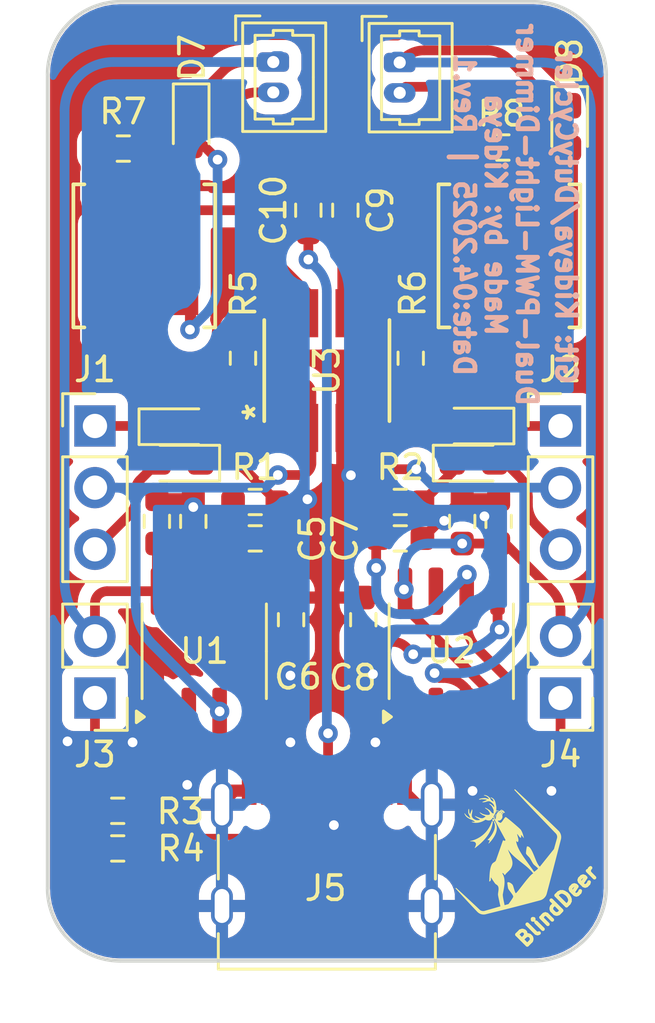
<source format=kicad_pcb>
(kicad_pcb (version 20240108) (generator "pcbnew") (generator_version "8.0")
  (layers (0 "F.Cu" signal) (31 "B.Cu" signal) (34 "B.Paste" user) (35 "F.Paste" user) (36 "B.SilkS" user "B.Silkscreen") (37 "F.SilkS" user "F.Silkscreen") (38 "B.Mask" user) (39 "F.Mask" user) (44 "Edge.Cuts" user))
  (net 0 "")
  (net 1 "GND")
  (net 2 "+5V")
  (net 3 "Net-(U1-THR)")
  (net 4 "Net-(U1-CV)")
  (net 5 "Net-(U2-THR)")
  (net 6 "Net-(U2-CV)")
  (net 7 "Net-(D1-A)")
  (net 8 "Net-(D1-K)")
  (net 9 "Net-(D2-A)")
  (net 10 "Net-(D2-K)")
  (net 11 "Net-(D3-A)")
  (net 12 "Net-(D4-A)")
  (net 13 "Net-(D7-A)")
  (net 14 "Net-(D8-A)")
  (net 15 "/PWM_1")
  (net 16 "/PWM_2")
  (net 18 "Net-(J5-CC1)")
  (net 21 "Net-(J5-CC2)")
  (net 26 "/PWM_1_Out")
  (net 34 "/PWM_2_Out")
  (footprint "Connector_Molex:Molex_PicoBlade_53047-0210_1x02_P1.25mm_Vertical" (layer "F.Cu") (at 126.793 46.86 -90)
    (property "Reference" "J6" (hide yes))
    (property "Value" "LED 1")
  )
  (footprint "Connector_Molex:Molex_PicoBlade_53047-0210_1x02_P1.25mm_Vertical" (layer "F.Cu") (at 132 46.88 -90)
    (property "Reference" "J7" (hide yes))
    (property "Value" "LED 2")
  )
  (footprint "Package_SO:SOIC-8_3.9x4.9mm_P1.27mm" (layer "F.Cu") (at 123.95 71.13 90)
    (property "Reference" "U1")
    (property "Value" "LMC555xM")
  )
  (footprint "Resistor_SMD:R_0603_1608Metric_Pad0.98x0.95mm_HandSolder" (layer "F.Cu") (at 126.05 66.48)
    (property "Reference" "C5")
    (property "Value" "100nF")
  )
  (footprint "Connector_PinHeader_2.54mm:PinHeader_1x03_P2.54mm_Vertical" (layer "F.Cu") (at 138.624 61.85)
    (property "Reference" "J2")
    (property "Value" "100K Poti")
  )
  (footprint "Resistor_SMD:R_0603_1608Metric_Pad0.98x0.95mm_HandSolder" (layer "F.Cu") (at 126.05 64.98)
    (property "Reference" "R1")
    (property "Value" "1K")
  )
  (footprint "TC4427:SOIC8-N_MC_MCH" (layer "F.Cu") (at 129 59.568 90)
    (property "Reference" "U3")
    (property "Value" "TC4427")
  )
  (footprint "Connector_PinHeader_2.54mm:PinHeader_1x02_P2.54mm_Vertical" (layer "F.Cu") (at 138.624 73.055 180)
    (property "Reference" "J4")
    (property "Value" "Switch 2")
  )
  (footprint "Diode_SMD:D_0603_1608Metric_Pad1.05x0.95mm_HandSolder" (layer "F.Cu") (at 122.925 61.88)
    (property "Reference" "D1" (hide yes))
    (property "Value" "D")
  )
  (footprint "Resistor_SMD:R_0603_1608Metric_Pad0.98x0.95mm_HandSolder" (layer "F.Cu") (at 132.024 64.98)
    (property "Reference" "R2")
    (property "Value" "1K")
  )
  (footprint "Diode_SMD:D_0603_1608Metric_Pad1.05x0.95mm_HandSolder" (layer "F.Cu") (at 139 49.535 -90)
    (property "Reference" "D8")
    (property "Value" "D")
  )
  (footprint "Resistor_SMD:R_0603_1608Metric_Pad0.98x0.95mm_HandSolder" (layer "F.Cu") (at 136.25 50.38 180)
    (property "Reference" "R8")
    (property "Value" "10K")
  )
  (footprint "Resistor_SMD:R_0603_1608Metric_Pad0.98x0.95mm_HandSolder" (layer "F.Cu") (at 125.5456 59.06 90)
    (property "Reference" "R5")
    (property "Value" "10K")
  )
  (footprint "Resistor_SMD:R_0603_1608Metric_Pad0.98x0.95mm_HandSolder" (layer "F.Cu") (at 122 65.78 -90)
    (property "Reference" "C1" (hide yes))
    (property "Value" "100nF")
  )
  (footprint "Resistor_SMD:R_0603_1608Metric_Pad0.98x0.95mm_HandSolder" (layer "F.Cu") (at 120.618 50.424 180)
    (property "Reference" "R7")
    (property "Value" "10K")
  )
  (footprint "Diode_SMD:D_0603_1608Metric_Pad1.05x0.95mm_HandSolder" (layer "F.Cu") (at 122.925 63.38 180)
    (property "Reference" "D3" (hide yes))
    (property "Value" "D")
  )
  (footprint "Connector_PinHeader_2.54mm:PinHeader_1x02_P2.54mm_Vertical" (layer "F.Cu") (at 119.45 73.055 180)
    (property "Reference" "J3")
    (property "Value" "Switch 1")
  )
  (footprint "Connector_USB:USB_C_Receptacle_Palconn_UTC16-G" (layer "F.Cu") (at 129 79.38)
    (property "Reference" "J5")
    (property "Value" "USB_C_Receptacle_USB2.0_16P")
  )
  (footprint "Resistor_SMD:R_0603_1608Metric_Pad0.98x0.95mm_HandSolder" (layer "F.Cu") (at 136.074 65.78 -90)
    (property "Reference" "C3" (hide yes))
    (property "Value" "100nF")
  )
  (footprint "AON6512:DFN5X6_8L_EP1_P_AOS" (layer "F.Cu") (at 136.5184 54.8436 -90)
    (property "Reference" "MOSFET2" (hide yes))
    (property "Value" "AON6512")
  )
  (footprint "Resistor_SMD:R_0603_1608Metric_Pad0.98x0.95mm_HandSolder" (layer "F.Cu") (at 132.4544 59.06 90)
    (property "Reference" "R6")
    (property "Value" "10K")
  )
  (footprint "Resistor_SMD:R_0603_1608Metric_Pad0.98x0.95mm_HandSolder" (layer "F.Cu") (at 120.3875 77.7 180)
    (property "Reference" "R3")
    (property "Value" "5k1")
  )
  (footprint "Resistor_SMD:R_0603_1608Metric_Pad0.98x0.95mm_HandSolder" (layer "F.Cu") (at 129.762 52.964 90)
    (property "Reference" "C9")
    (property "Value" "100nF")
  )
  (footprint "Diode_SMD:D_0603_1608Metric_Pad1.05x0.95mm_HandSolder" (layer "F.Cu") (at 135.043 61.852 180)
    (property "Reference" "D2" (hide yes))
    (property "Value" "D")
  )
  (footprint "Diode_SMD:D_0603_1608Metric_Pad1.05x0.95mm_HandSolder" (layer "F.Cu") (at 123.412 49.422 -90)
    (property "Reference" "D7")
    (property "Value" "D")
  )
  (footprint "Connector_PinHeader_2.54mm:PinHeader_1x03_P2.54mm_Vertical" (layer "F.Cu") (at 119.45 61.85)
    (property "Reference" "J1")
    (property "Value" "100K Poti")
  )
  (footprint "Package_SO:SOIC-8_3.9x4.9mm_P1.27mm" (layer "F.Cu") (at 134.124 71.13 90)
    (property "Reference" "U2")
    (property "Value" "LMC555xM")
  )
  (footprint "Resistor_SMD:R_0603_1608Metric_Pad0.98x0.95mm_HandSolder" (layer "F.Cu") (at 132.024 66.48)
    (property "Reference" "C7")
    (property "Value" "100nF")
  )
  (footprint "Resistor_SMD:R_0603_1608Metric_Pad0.98x0.95mm_HandSolder" (layer "F.Cu") (at 134.574 65.78 -90)
    (property "Reference" "C4" (hide yes))
    (property "Value" "10µF")
  )
  (footprint "Resistor_SMD:R_0603_1608Metric_Pad0.98x0.95mm_HandSolder" (layer "F.Cu") (at 128.238 52.964 90)
    (property "Reference" "C10")
    (property "Value" "10µF")
  )
  (footprint "Resistor_SMD:R_0603_1608Metric_Pad0.98x0.95mm_HandSolder" (layer "F.Cu") (at 127.5268 69.8296 90)
    (property "Reference" "C6")
    (property "Value" "100nF")
  )
  (footprint "AON6512:DFN5X6_8L_EP1_P_AOS" (layer "F.Cu") (at 121.4816 54.8436 -90)
    (property "Reference" "MOSFET1" (hide yes))
    (property "Value" "AON6512")
  )
  (footprint "Diode_SMD:D_0603_1608Metric_Pad1.05x0.95mm_HandSolder" (layer "F.Cu") (at 135.043 63.378)
    (property "Reference" "D4" (hide yes))
    (property "Value" "D")
  )
  (footprint "Resistor_SMD:R_0603_1608Metric_Pad0.98x0.95mm_HandSolder" (layer "F.Cu") (at 120.3875 79.25 180)
    (property "Reference" "R4")
    (property "Value" "5k1")
  )
  (footprint "Resistor_SMD:R_0603_1608Metric_Pad0.98x0.95mm_HandSolder" (layer "F.Cu") (at 123.5 65.78 -90)
    (property "Reference" "C2" (hide yes))
    (property "Value" "10µF")
  )
  (footprint "Resistor_SMD:R_0603_1608Metric_Pad0.98x0.95mm_HandSolder" (layer "F.Cu") (at 130.5008 69.8296 90)
    (property "Reference" "C8")
    (property "Value" "100nF")
  )
  (gr_poly (pts (xy 135.889315 78.130934) (xy 135.889868 78.130496) (xy 135.89044 78.130096) (xy 135.891029 78.129735) (xy 135.891632 78.129412) (xy 135.89225 78.129127) (xy 135.892878 78.128878) (xy 135.893517 78.128669) (xy 135.894164 78.128497) (xy 135.894818 78.128362) (xy 135.895476 78.128265) (xy 135.896139 78.128205) (xy 135.896802 78.12818) (xy 135.897465 78.128193) (xy 135.898126 78.128243) (xy 135.898785 78.128329) (xy 135.899437 78.128452) (xy 135.900083 78.12861) (xy 135.90072 78.128805) (xy 135.901346 78.129035) (xy 135.901961 78.129302) (xy 135.902562 78.129603) (xy 135.903147 78.12994) (xy 135.903715 78.130312) (xy 135.904265 78.13072) (xy 135.904794 78.131162) (xy 135.905301 78.131639) (xy 135.905784 78.13215) (xy 135.906241 78.132697) (xy 135.906671 78.133277) (xy 135.907072 78.133891) (xy 135.915771 78.148391) (xy 135.944831 78.199023) (xy 135.959394 78.228376) (xy 135.972942 78.260631) (xy 135.984703 78.295947) (xy 135.993902 78.334482) (xy 135.99976 78.376394) (xy 136.001506 78.421842) (xy 136.000594 78.445942) (xy 135.998362 78.470984) (xy 135.994714 78.496991) (xy 135.989554 78.52398) (xy 135.982783 78.551972) (xy 135.974306 78.580987) (xy 135.964024 78.611043) (xy 135.951843 78.642162) (xy 135.937663 78.674363) (xy 135.921389 78.707666) (xy 135.902924 78.742091) (xy 135.88217 78.777657) (xy 135.859031 78.814384) (xy 135.83341 78.852292) (xy 135.80521 78.8914) (xy 135.774334 78.93173) (xy 135.762764 78.945549) (xy 135.747394 78.962776) (xy 135.729873 78.981791) (xy 135.711845 79.000977) (xy 135.6676 79.047071) (xy 135.667097 79.047562) (xy 135.666575 79.047988) (xy 135.666035 79.048348) (xy 135.665482 79.048645) (xy 135.664918 79.048879) (xy 135.664346 79.049057) (xy 135.663768 79.049176) (xy 135.663189 79.049241) (xy 135.662611 79.049252) (xy 135.662036 79.049213) (xy 135.66147 79.049125) (xy 135.660912 79.04899) (xy 135.660367 79.048809) (xy 135.659838 79.048585) (xy 135.659329 79.048322) (xy 135.658841 79.048018) (xy 135.658377 79.047677) (xy 135.657943 79.047302) (xy 135.657539 79.046894) (xy 135.657169 79.046455) (xy 135.656836 79.045986) (xy 135.656543 79.04549) (xy 135.656292 79.04497) (xy 135.656089 79.044427) (xy 135.655933 79.043863) (xy 135.655829 79.043279) (xy 135.65578 79.042679) (xy 135.65579 79.042064) (xy 135.65586 79.041436) (xy 135.655995 79.040797) (xy 135.656195 79.04015) (xy 135.656466 79.039494) (xy 135.703332 78.940244) (xy 135.70374 78.939327) (xy 135.704088 78.938401) (xy 135.704376 78.937468) (xy 135.704605 78.93653) (xy 135.704778 78.93559) (xy 135.704894 78.934649) (xy 135.704956 78.933709) (xy 135.704963 78.932773) (xy 135.704916 78.931842) (xy 135.704817 78.930919) (xy 135.704668 78.930004) (xy 135.70447 78.929103) (xy 135.704221 78.928215) (xy 135.703924 78.927342) (xy 135.70358 78.926486) (xy 135.703191 78.925652) (xy 135.702756 78.924838) (xy 135.702277 78.92405) (xy 135.701756 78.923287) (xy 135.701193 78.922551) (xy 135.70059 78.921847) (xy 135.699946 78.921174) (xy 135.699264 78.920535) (xy 135.698543 78.919934) (xy 135.697786 78.91937) (xy 135.696993 78.918846) (xy 135.696166 78.918365) (xy 135.695305 78.917929) (xy 135.694412 78.917539) (xy 135.693487 78.917198) (xy 135.692531 78.916908) (xy 135.691546 78.91667) (xy 135.62438 78.902827) (xy 135.623881 78.902706) (xy 135.623405 78.902554) (xy 135.622949 78.902375) (xy 135.622517 78.902167) (xy 135.622105 78.901933) (xy 135.621718 78.901676) (xy 135.621353 78.901396) (xy 135.621011 78.901094) (xy 135.620694 78.900772) (xy 135.620401 78.900433) (xy 135.620133 78.900076) (xy 135.61989 78.899704) (xy 135.619672 78.899318) (xy 135.619481 78.898919) (xy 135.619315 78.89851) (xy 135.619177 78.89809) (xy 135.619066 78.897664) (xy 135.618982 78.897231) (xy 135.618926 78.896793) (xy 135.618898 78.896351) (xy 135.6189 78.895907) (xy 135.618929 78.895463) (xy 135.61899 78.895019) (xy 135.619079 78.894578) (xy 135.619199 78.894141) (xy 135.619349 78.893711) (xy 135.619531 78.893286) (xy 135.619744 78.892871) (xy 135.619989 78.892464) (xy 135.620267 78.892069) (xy 135.620576 78.891688) (xy 135.620919 78.891321) (xy 135.681629 78.831359) (xy 135.705989 78.804029) (xy 135.746689 78.75195) (xy 135.770681 78.718087) (xy 135.795776 78.679786) (xy 135.820979 78.63763) (xy 135.845295 78.592201) (xy 135.867733 78.544084) (xy 135.887295 78.49386) (xy 135.895687 78.46814) (xy 135.902989 78.442113) (xy 135.909075 78.415852) (xy 135.913821 78.389427) (xy 135.917103 78.362914) (xy 135.918796 78.336385) (xy 135.918777 78.309911) (xy 135.916921 78.283568) (xy 135.913104 78.257427) (xy 135.907201 78.23156) (xy 135.899088 78.206042) (xy 135.888642 78.180945) (xy 135.887972 78.179373) (xy 135.88727 78.177466) (xy 135.886545 78.175284) (xy 135.885808 78.172888) (xy 135.884338 78.167694) (xy 135.882948 78.162366) (xy 135.881719 78.157383) (xy 135.880737 78.153228) (xy 135.87985 78.149327) (xy 135.879761 78.14923) (xy 135.879592 78.148474) (xy 135.879471 78.147715) (xy 135.879396 78.146956) (xy 135.87937 78.1462) (xy 135.879389 78.145447) (xy 135.879455 78.1447) (xy 135.879568 78.143961) (xy 135.879725 78.143231) (xy 135.879927 78.142514) (xy 135.880174 78.141811) (xy 135.880465 78.141125) (xy 135.880799 78.140456) (xy 135.881177 78.139807) (xy 135.881598 78.139182) (xy 135.882062 78.138579) (xy 135.882567 78.138004) (xy 135.888271 78.131926) (xy 135.888782 78.131411)) (stroke (width -0.000001)) (fill solid) (layer "F.SilkS"))
  (gr_poly (pts (xy 134.909155 78.942983) (xy 134.909858 78.942434) (xy 134.910636 78.941928) (xy 134.939292 78.936353) (xy 135.016803 78.915581) (xy 135.069918 78.897601) (xy 135.13049 78.873547) (xy 135.196937 78.842661) (xy 135.267672 78.804184) (xy 135.34111 78.757359) (xy 135.415667 78.701426) (xy 135.489755 78.635628) (xy 135.526129 78.598793) (xy 135.561792 78.559207) (xy 135.596546 78.516775) (xy 135.630192 78.471402) (xy 135.662533 78.422996) (xy 135.693369 78.371458) (xy 135.722504 78.316697) (xy 135.749739 78.258616) (xy 135.774875 78.197121) (xy 135.797716 78.132116) (xy 135.797904 78.132115) (xy 135.798107 78.13158) (xy 135.798347 78.131077) (xy 135.798623 78.130607) (xy 135.798931 78.130171) (xy 135.799269 78.129767) (xy 135.799638 78.129396) (xy 135.800032 78.129057) (xy 135.800452 78.12875) (xy 135.800894 78.128475) (xy 135.801358 78.128231) (xy 135.80184 78.12802) (xy 135.802339 78.127839) (xy 135.802853 78.12769) (xy 135.80338 78.127572) (xy 135.803917 78.127484) (xy 135.804464 78.127427) (xy 135.805017 78.127401) (xy 135.805576 78.127405) (xy 135.806137 78.127438) (xy 135.806699 78.127502) (xy 135.80726 78.127595) (xy 135.807817 78.127718) (xy 135.808369 78.12787) (xy 135.808914 78.128052) (xy 135.809451 78.128262) (xy 135.809976 78.128501) (xy 135.810487 78.128767) (xy 135.810984 78.129064) (xy 135.811462 78.129388) (xy 135.811923 78.12974) (xy 135.812361 78.130119) (xy 135.812776 78.130527) (xy 135.835039 78.1541) (xy 135.835252 78.154341) (xy 135.835454 78.154585) (xy 135.835643 78.154835) (xy 135.835822 78.155089) (xy 135.835989 78.155349) (xy 135.836146 78.155613) (xy 135.836291 78.155881) (xy 135.836426 78.156154) (xy 135.836551 78.15643) (xy 135.836667 78.156711) (xy 135.836771 78.156995) (xy 135.836866 78.157282) (xy 135.837029 78.157866) (xy 135.837156 78.158462) (xy 135.837249 78.159067) (xy 135.83731 78.159681) (xy 135.83734 78.160302) (xy 135.837342 78.160927) (xy 135.837317 78.161557) (xy 135.837267 78.162189) (xy 135.837193 78.162822) (xy 135.837098 78.163454) (xy 135.825868 78.228445) (xy 135.811567 78.293235) (xy 135.793866 78.357917) (xy 135.772438 78.422587) (xy 135.746955 78.487336) (xy 135.717087 78.55226) (xy 135.682509 78.617453) (xy 135.64289 78.683009) (xy 135.597903 78.749022) (xy 135.547219 78.815587) (xy 135.49051 78.882797) (xy 135.42745 78.950746) (xy 135.357708 79.01953) (xy 135.280957 79.08924) (xy 135.196869 79.159973) (xy 135.105115 79.231822) (xy 135.104319 79.232374) (xy 135.103511 79.232841) (xy 135.102696 79.233225) (xy 135.101876 79.233529) (xy 135.101055 79.233756) (xy 135.100235 79.233907) (xy 135.099422 79.233986) (xy 135.098618 79.233995) (xy 135.097826 79.233937) (xy 135.097051 79.233815) (xy 135.096294 79.233631) (xy 135.09556 79.233389) (xy 135.094852 79.23309) (xy 135.094173 79.232736) (xy 135.093528 79.232333) (xy 135.09292 79.23188) (xy 135.09235 79.231382) (xy 135.091824 79.230841) (xy 135.091344 79.230259) (xy 135.090914 79.22964) (xy 135.090538 79.228985) (xy 135.090219 79.228298) (xy 135.089959 79.22758) (xy 135.089763 79.226837) (xy 135.089635 79.226068) (xy 135.089577 79.225277) (xy 135.089591 79.224468) (xy 135.089685 79.223642) (xy 135.089858 79.222801) (xy 135.090115 79.22195) (xy 135.09046 79.22109) (xy 135.090896 79.220223) (xy 135.098029 79.207017) (xy 135.104994 79.19301) (xy 135.111709 79.178211) (xy 135.118093 79.162623) (xy 135.121135 79.154537) (xy 135.124064 79.146256) (xy 135.126871 79.137781) (xy 135.129543 79.129114) (xy 135.132072 79.120256) (xy 135.134447 79.111206) (xy 135.136659 79.101966) (xy 135.138696 79.092537) (xy 135.138681 79.092484) (xy 135.13867 79.09243) (xy 135.138662 79.092378) (xy 135.138659 79.092325) (xy 135.138658 79.092272) (xy 135.138661 79.092219) (xy 135.138666 79.092166) (xy 135.138674 79.092113) (xy 135.138684 79.092061) (xy 135.138695 79.092009) (xy 135.138708 79.091956) (xy 135.138723 79.091904) (xy 135.138755 79.091799) (xy 135.13879 79.091693) (xy 135.139597 79.08711) (xy 135.140182 79.082537) (xy 135.140547 79.07798) (xy 135.140695 79.073444) (xy 135.140631 79.068937) (xy 135.140359 79.064461) (xy 135.139882 79.060023) (xy 135.139204 79.05563) (xy 135.13833 79.051285) (xy 135.137263 79.046995) (xy 135.134563 79.038602) (xy 135.131138 79.030493) (xy 135.127016 79.022715) (xy 135.122229 79.01531) (xy 135.116808 79.008323) (xy 135.110781 79.001799) (xy 135.104181 78.995781) (xy 135.097039 78.990315) (xy 135.089382 78.985443) (xy 135.085372 78.983244) (xy 135.081245 78.981211) (xy 135.077004 78.979348) (xy 135.072655 78.977663) (xy 135.067404 78.975804) (xy 135.064748 78.974887) (xy 135.063417 78.974443) (xy 135.062084 78.974014) (xy 135.051719 78.970843) (xy 135.041471 78.968054) (xy 135.031351 78.965628) (xy 135.021368 78.963549) (xy 135.011535 78.961799) (xy 135.001861 78.96036) (xy 134.992359 78.959215) (xy 134.983038 78.958346) (xy 134.973911 78.957736) (xy 134.964987 78.957367) (xy 134.956278 78.957221) (xy 134.947795 78.957282) (xy 134.93955 78.957531) (xy 134.931551 78.957951) (xy 134.923812 78.958525) (xy 134.916342 78.959235) (xy 134.915411 78.959298) (xy 134.914517 78.959282) (xy 134.91366 78.959189) (xy 134.912839 78.959024) (xy 134.912059 78.958791) (xy 134.911318 78.958495) (xy 134.91062 78.958139) (xy 134.909965 78.957727) (xy 134.909355 78.957264) (xy 134.90879 78.956754) (xy 134.908273 78.9562) (xy 134.907803 78.955608) (xy 134.907384 78.954981) (xy 134.907016 78.954323) (xy 134.9067 78.953638) (xy 134.906438 78.952931) (xy 134.906232 78.952206) (xy 134.906082 78.951466) (xy 134.905988 78.950717) (xy 134.905955 78.949961) (xy 134.905981 78.949204) (xy 134.90607 78.948448) (xy 134.906221 78.9477) (xy 134.906437 78.946961) (xy 134.906719 78.946237) (xy 134.907066 78.945532) (xy 134.907483 78.944851) (xy 134.907969 78.944195) (xy 134.908526 78.943571)) (stroke (width -0.000001)) (fill solid) (layer "F.SilkS"))
  (gr_poly (pts (xy 135.82971 78.044182) (xy 135.831552 78.042582) (xy 135.833494 78.041149) (xy 135.835523 78.039886) (xy 135.83763 78.038794) (xy 135.839803 78.037874) (xy 135.842033 78.037127) (xy 135.844308 78.036556) (xy 135.846618 78.03616) (xy 135.848953 78.035942) (xy 135.8513 78.035904) (xy 135.85365 78.036044) (xy 135.855993 78.036368) (xy 135.858316 78.036874) (xy 135.86061 78.037565) (xy 135.862864 78.038442) (xy 135.865068 78.039506) (xy 135.87302 78.043716) (xy 135.874602 78.044637) (xy 135.876115 78.045645) (xy 135.877561 78.046734) (xy 135.878935 78.047901) (xy 135.880233 78.049142) (xy 135.881453 78.050452) (xy 135.882593 78.05183) (xy 135.883649 78.053269) (xy 135.884618 78.054766) (xy 135.885498 78.056317) (xy 135.886285 78.057919) (xy 135.886977 78.059567) (xy 135.887571 78.061256) (xy 135.888064 78.062985) (xy 135.888453 78.064747) (xy 135.888736 78.06654) (xy 135.891825 78.089645) (xy 135.892013 78.091468) (xy 135.892093 78.093284) (xy 135.892064 78.095089) (xy 135.891929 78.09688) (xy 135.891688 78.098653) (xy 135.891343 78.100403) (xy 135.890897 78.102126) (xy 135.890351 78.103817) (xy 135.889705 78.105474) (xy 135.888963 78.107092) (xy 135.888125 78.108666) (xy 135.887194 78.110193) (xy 135.88617 78.111668) (xy 135.885055 78.113088) (xy 135.883853 78.114448) (xy 135.882564 78.115744) (xy 135.876016 78.121916) (xy 135.874174 78.123516) (xy 135.872233 78.124949) (xy 135.870203 78.126212) (xy 135.868097 78.127304) (xy 135.865923 78.128224) (xy 135.863694 78.128971) (xy 135.861418 78.129543) (xy 135.859107 78.129938) (xy 135.856773 78.130156) (xy 135.854426 78.130195) (xy 135.852075 78.130054) (xy 135.849733 78.12973) (xy 135.847409 78.129224) (xy 135.845114 78.128534) (xy 135.84286 78.127657) (xy 135.840656 78.126594) (xy 135.832707 78.122382) (xy 135.831125 78.121461) (xy 135.82961 78.120454) (xy 135.828164 78.119365) (xy 135.826791 78.118198) (xy 135.825492 78.116957) (xy 135.824272 78.115646) (xy 135.823132 78.11427) (xy 135.822076 78.11283) (xy 135.821107 78.111332) (xy 135.820227 78.109781) (xy 135.819439 78.10818) (xy 135.818748 78.106532) (xy 135.818154 78.104842) (xy 135.81766 78.103114) (xy 135.817271 78.101352) (xy 135.816989 78.09956) (xy 135.813902 78.076453) (xy 135.813713 78.07463) (xy 135.813633 78.072814) (xy 135.813662 78.071008) (xy 135.813797 78.069218) (xy 135.814039 78.067445) (xy 135.814383 78.065695) (xy 135.814829 78.063973) (xy 135.815376 78.062281) (xy 135.816021 78.060624) (xy 135.816764 78.059006) (xy 135.817601 78.057432) (xy 135.818533 78.055905) (xy 135.819557 78.05443) (xy 135.820671 78.053011) (xy 135.821873 78.05165) (xy 135.823163 78.050354)) (stroke (width -0.000001)) (fill solid) (layer "F.SilkS"))
  (gr_poly (pts (xy 134.839599 77.624897) (xy 134.84252 77.623547) (xy 134.845722 77.623226) (xy 134.849218 77.624003) (xy 134.853017 77.625949) (xy 134.853903 77.627031) (xy 134.854661 77.628994) (xy 134.855857 77.63535) (xy 134.85674 77.644583) (xy 134.857442 77.656265) (xy 134.858841 77.685242) (xy 134.861121 77.718826) (xy 134.862926 77.736267) (xy 134.865353 77.753565) (xy 134.868535 77.770286) (xy 134.872606 77.786002) (xy 134.875016 77.793347) (xy 134.877698 77.800278) (xy 134.88067 77.806741) (xy 134.883946 77.812684) (xy 134.887546 77.81805) (xy 134.891485 77.822786) (xy 134.895779 77.82684) (xy 134.900446 77.830156) (xy 134.978274 77.633152) (xy 134.984032 77.645154) (xy 134.988249 77.657602) (xy 134.991075 77.670464) (xy 134.992661 77.683706) (xy 134.993156 77.697298) (xy 134.992711 77.711207) (xy 134.991473 77.7254) (xy 134.989594 77.739847) (xy 134.98451 77.76937) (xy 134.978657 77.799521) (xy 134.973231 77.830042) (xy 134.969431 77.860678) (xy 134.968516 77.875958) (xy 134.968456 77.89117) (xy 134.969401 77.906283) (xy 134.971502 77.921263) (xy 134.974908 77.93608) (xy 134.979769 77.950702) (xy 134.986233 77.965094) (xy 134.994452 77.979227) (xy 135.004575 77.993068) (xy 135.016752 78.006584) (xy 135.031131 78.019744) (xy 135.047864 78.032516) (xy 135.0671 78.044868) (xy 135.088988 78.056767) (xy 135.113678 78.068181) (xy 135.14132 78.079079) (xy 135.144835 78.080226) (xy 135.148893 78.081279) (xy 135.158462 78.083093) (xy 135.169667 78.084503) (xy 135.182147 78.08549) (xy 135.195542 78.086033) (xy 135.209491 78.086116) (xy 135.223635 78.085719) (xy 135.237611 78.084822) (xy 135.251061 78.083406) (xy 135.263622 78.081453) (xy 135.274935 78.078943) (xy 135.28001 78.077473) (xy 135.28464 78.075857) (xy 135.288776 78.074093) (xy 135.292375 78.072177) (xy 135.295391 78.070108) (xy 135.297779 78.067883) (xy 135.299496 78.0655) (xy 135.300494 78.062956) (xy 135.30073 78.060249) (xy 135.300159 78.057377) (xy 135.29781 78.054781) (xy 135.292284 78.050985) (xy 135.273237 78.040157) (xy 135.213887 78.008151) (xy 135.179718 77.988449) (xy 135.162852 77.977997) (xy 135.146643 77.967268) (xy 135.131475 77.956354) (xy 135.11773 77.945345) (xy 135.105792 77.934338) (xy 135.096044 77.923421) (xy 135.092579 77.918525) (xy 135.090962 77.915003) (xy 135.091098 77.912763) (xy 135.092899 77.911712) (xy 135.096268 77.911761) (xy 135.101115 77.912816) (xy 135.114869 77.917584) (xy 135.210447 77.958666) (xy 135.240776 77.970781) (xy 135.272198 77.982172) (xy 135.30397 77.992106) (xy 135.335352 77.999852) (xy 135.350665 78.002676) (xy 135.365603 78.004679) (xy 135.380072 78.005769) (xy 135.393981 78.005855) (xy 135.407236 78.004846) (xy 135.419746 78.002649) (xy 135.431417 77.999175) (xy 135.442156 77.994329) (xy 135.4502 77.990392) (xy 135.463003 77.983314) (xy 135.47873 77.974097) (xy 135.495547 77.96374) (xy 135.511619 77.953243) (xy 135.518802 77.948254) (xy 135.52511 77.943605) (xy 135.530315 77.93942) (xy 135.534186 77.935826) (xy 135.53555 77.934288) (xy 135.536495 77.932946) (xy 135.536991 77.931813) (xy 135.537011 77.930905) (xy 135.536542 77.930212) (xy 135.535506 77.929331) (xy 135.531871 77.927051) (xy 135.519271 77.920708) (xy 135.501337 77.912557) (xy 135.480194 77.903275) (xy 135.436786 77.884036) (xy 135.418771 77.875435) (xy 135.411615 77.871686) (xy 135.406049 77.868418) (xy 135.394537 77.86086) (xy 135.382141 77.852369) (xy 135.369239 77.843167) (xy 135.356214 77.833479) (xy 135.343442 77.823527) (xy 135.331305 77.813536) (xy 135.32018 77.803729) (xy 135.315115 77.798965) (xy 135.310447 77.794331) (xy 135.298655 77.7816) (xy 135.291796 77.772651) (xy 135.29005 77.769473) (xy 135.289338 77.767095) (xy 135.289593 77.765468) (xy 135.29075 77.764543) (xy 135.292741 77.764272) (xy 135.295501 77.764606) (xy 135.30306 77.766897) (xy 135.312896 77.771026) (xy 135.324478 77.776604) (xy 135.416245 77.82679) (xy 135.429231 77.832063) (xy 135.444952 77.837534) (xy 135.462971 77.843045) (xy 135.482849 77.848441) (xy 135.504148 77.853561) (xy 135.526429 77.85825) (xy 135.549254 77.86235) (xy 135.572184 77.865705) (xy 135.594781 77.868156) (xy 135.616605 77.869546) (xy 135.63722 77.869719) (xy 135.646936 77.8693) (xy 135.656186 77.868517) (xy 135.664914 77.867351) (xy 135.673065 77.865782) (xy 135.680585 77.863791) (xy 135.687418 77.861357) (xy 135.693511 77.858462) (xy 135.698807 77.855085) (xy 135.703253 77.851207) (xy 135.706794 77.846809) (xy 135.709425 77.842113) (xy 135.711394 77.837107) (xy 135.712728 77.831815) (xy 135.713458 77.826259) (xy 135.71361 77.820459) (xy 135.713216 77.814441) (xy 135.712304 77.808224) (xy 135.710903 77.801833) (xy 135.70675 77.788614) (xy 135.700988 77.774962) (xy 135.693851 77.761058) (xy 135.685571 77.747079) (xy 135.67638 77.733203) (xy 135.666511 77.719611) (xy 135.656195 77.70648) (xy 135.645664 77.693991) (xy 135.635152 77.682321) (xy 135.62489 77.671648) (xy 135.615112 77.662153) (xy 135.606047 77.654014) (xy 135.598445 77.648595) (xy 135.584507 77.639197) (xy 135.566904 77.627163) (xy 135.548306 77.613838) (xy 135.539468 77.607111) (xy 135.531383 77.600565) (xy 135.524383 77.594369) (xy 135.518804 77.588689) (xy 135.516651 77.586095) (xy 135.514979 77.583695) (xy 135.513829 77.581508) (xy 135.513242 77.579553) (xy 135.513261 77.577856) (xy 135.513926 77.576434) (xy 135.51528 77.57531) (xy 135.517366 77.574503) (xy 135.519784 77.574209) (xy 135.522819 77.574413) (xy 135.530576 77.576201) (xy 135.540314 77.579642) (xy 135.551705 77.584512) (xy 135.564423 77.590582) (xy 135.578143 77.597628) (xy 135.607285 77.613744) (xy 135.636524 77.631053) (xy 135.663252 77.647747) (xy 135.684862 77.662022) (xy 135.698748 77.672068) (xy 135.705239 77.677483) (xy 135.711479 77.683092) (xy 135.717489 77.68887) (xy 135.723286 77.694786) (xy 135.734314 77.706919) (xy 135.744714 77.719259) (xy 135.764212 77.74364) (xy 135.773607 77.755218) (xy 135.782962 77.766081) (xy 135.792424 77.775995) (xy 135.797241 77.780526) (xy 135.80214 77.784733) (xy 135.807141 77.788587) (xy 135.812259 77.792061) (xy 135.817516 77.795124) (xy 135.822929 77.797748) (xy 135.828516 77.799904) (xy 135.834295 77.801564) (xy 135.840286 77.802698) (xy 135.846505 77.803278) (xy 135.852975 77.803274) (xy 135.859708 77.802658) (xy 135.866729 77.801401) (xy 135.874051 77.799475) (xy 135.868977 77.774779) (xy 135.865369 77.756933) (xy 135.863481 77.746997) (xy 135.863105 77.742772) (xy 135.863004 77.738458) (xy 135.863137 77.73407) (xy 135.863463 77.729621) (xy 135.863939 77.725129) (xy 135.864526 77.720609) (xy 135.865865 77.711544) (xy 135.867152 77.70255) (xy 135.867673 77.698116) (xy 135.868057 77.693748) (xy 135.868264 77.689457) (xy 135.868252 77.685261) (xy 135.86798 77.681174) (xy 135.867734 77.679178) (xy 135.867407 77.677213) (xy 135.865455 77.669382) (xy 135.862284 77.659681) (xy 135.858027 77.648387) (xy 135.852818 77.63578) (xy 135.840075 77.607732) (xy 135.825125 77.577754) (xy 135.809035 77.548065) (xy 135.800896 77.534023) (xy 135.792873 77.520885) (xy 135.785098 77.508928) (xy 135.777705 77.498431) (xy 135.770829 77.489671) (xy 135.7646 77.482924) (xy 135.701085 77.432081) (xy 135.693777 77.42532) (xy 135.688111 77.419305) (xy 135.686036 77.416656) (xy 135.684542 77.414288) (xy 135.683683 77.412231) (xy 135.683518 77.410519) (xy 135.684101 77.409181) (xy 135.68549 77.40825) (xy 135.687741 77.407756) (xy 135.690911 77.407731) (xy 135.695056 77.408207) (xy 135.700231 77.409215) (xy 135.713902 77.41295) (xy 135.726672 77.417436) (xy 135.739321 77.422878) (xy 135.751824 77.429192) (xy 135.764154 77.436298) (xy 135.776285 77.444111) (xy 135.788191 77.452551) (xy 135.799846 77.461536) (xy 135.811223 77.470983) (xy 135.822296 77.480811) (xy 135.83304 77.490937) (xy 135.843428 77.501279) (xy 135.853433 77.511755) (xy 135.872193 77.532782) (xy 135.88911 77.553361) (xy 135.890461 77.544824) (xy 135.891226 77.536302) (xy 135.891424 77.527803) (xy 135.891071 77.519333) (xy 135.890185 77.510897) (xy 135.888783 77.502505) (xy 135.886881 77.494162) (xy 135.884499 77.485875) (xy 135.87836 77.469499) (xy 135.870502 77.453429) (xy 135.861064 77.437723) (xy 135.850185 77.422433) (xy 135.838002 77.407616) (xy 135.824654 77.393327) (xy 135.810279 77.37962) (xy 135.795015 77.36655) (xy 135.779001 77.354174) (xy 135.762375 77.342544) (xy 135.745275 77.331716) (xy 135.727839 77.321746) (xy 135.720932 77.318261) (xy 135.714001 77.315266) (xy 135.707048 77.312736) (xy 135.700077 77.31065) (xy 135.693091 77.308985) (xy 135.686094 77.307719) (xy 135.679089 77.306829) (xy 135.672081 77.306293) (xy 135.665072 77.306089) (xy 135.658066 77.306194) (xy 135.644078 77.307242) (xy 135.630142 77.309259) (xy 135.616288 77.312063) (xy 135.602544 77.315478) (xy 135.588937 77.319322) (xy 135.56225 77.327586) (xy 135.536446 77.335419) (xy 135.523947 77.338728) (xy 135.511753 77.34139) (xy 135.483117 77.346258) (xy 135.461515 77.349235) (xy 135.450364 77.350443) (xy 135.439536 77.351304) (xy 135.429455 77.351701) (xy 135.42054 77.351514) (xy 135.416649 77.351165) (xy 135.413209 77.350625) (xy 135.410269 77.349879) (xy 135.407883 77.348913) (xy 135.406104 77.347713) (xy 135.404982 77.346262) (xy 135.404572 77.344546) (xy 135.404926 77.34255) (xy 135.406096 77.340261) (xy 135.408135 77.337661) (xy 135.411094 77.334737) (xy 135.415027 77.331473) (xy 135.419829 77.328508) (xy 135.427482 77.324736) (xy 135.449579 77.315233) (xy 135.508537 77.291566) (xy 135.538319 77.279218) (xy 135.551736 77.273313) (xy 135.563583 77.26774) (xy 135.573414 77.26261) (xy 135.58079 77.258039) (xy 135.583418 77.255998) (xy 135.585266 77.25414) (xy 135.586278 77.252478) (xy 135.5864 77.251026) (xy 135.585355 77.249138) (xy 135.583246 77.247331) (xy 135.58014 77.245606) (xy 135.576106 77.24396) (xy 135.565517 77.240906) (xy 135.552014 77.23816) (xy 135.536136 77.235716) (xy 135.518421 77.233566) (xy 135.499402 77.231702) (xy 135.47962 77.230118) (xy 135.439907 77.227757) (xy 135.403577 77.226425) (xy 135.374925 77.226063) (xy 135.364821 77.226225) (xy 135.358247 77.226609) (xy 135.35149 77.228167) (xy 135.338943 77.231515) (xy 135.32282 77.235612) (xy 135.31411 77.237614) (xy 135.305337 77.239412) (xy 135.296777 77.240876) (xy 135.288708 77.241875) (xy 135.281407 77.24228) (xy 135.27813 77.242218) (xy 135.27515 77.241959) (xy 135.2725 77.241486) (xy 135.270215 77.240783) (xy 135.268329 77.239833) (xy 135.266877 77.23862) (xy 135.265895 77.237129) (xy 135.265416 77.235342) (xy 135.265475 77.233243) (xy 135.266106 77.230817) (xy 135.26818 77.226513) (xy 135.271223 77.222388) (xy 135.275179 77.21844) (xy 135.279992 77.21467) (xy 135.285605 77.211074) (xy 135.291962 77.207653) (xy 135.299006 77.204404) (xy 135.306681 77.201328) (xy 135.323697 77.195688) (xy 135.342561 77.190723) (xy 135.362818 77.186424) (xy 135.384019 77.182784) (xy 135.40571 77.179791) (xy 135.427441 77.177439) (xy 135.448759 77.175719) (xy 135.469214 77.174622) (xy 135.488353 77.174138) (xy 135.505725 77.174259) (xy 135.520878 77.174977) (xy 135.533361 77.176283) (xy 135.538381 77.177211) (xy 135.545182 77.178738) (xy 135.562987 77.183199) (xy 135.607461 77.195002) (xy 135.629578 77.200775) (xy 135.648585 77.205419) (xy 135.656209 77.207071) (xy 135.662203 77.208148) (xy 135.666282 77.20855) (xy 135.667513 77.208467) (xy 135.66816 77.208179) (xy 135.66978 77.205644) (xy 135.670645 77.202805) (xy 135.670799 77.199686) (xy 135.670279 77.19631) (xy 135.669126 77.192698) (xy 135.66738 77.188873) (xy 135.665082 77.184859) (xy 135.662269 77.180678) (xy 135.655265 77.171903) (xy 135.646688 77.162731) (xy 135.636856 77.153341) (xy 135.626088 77.143915) (xy 135.614704 77.134635) (xy 135.603024 77.125678) (xy 135.591366 77.117229) (xy 135.580049 77.109467) (xy 135.569394 77.102573) (xy 135.55972 77.096729) (xy 135.551344 77.092114) (xy 135.544588 77.08891) (xy 135.486814 77.072621) (xy 135.47936 77.069944) (xy 135.473118 77.067247) (xy 135.470568 77.0659) (xy 135.468464 77.064562) (xy 135.466852 77.063237) (xy 135.465779 77.061929) (xy 135.465293 77.060642) (xy 135.465441 77.059381) (xy 135.466269 77.05815) (xy 135.467827 77.056955) (xy 135.47016 77.055799) (xy 135.473316 77.054687) (xy 135.477344 77.053624) (xy 135.482289 77.052613) (xy 135.489387 77.051603) (xy 135.496709 77.051082) (xy 135.504233 77.051036) (xy 135.511941 77.051446) (xy 135.527821 77.053563) (xy 135.544192 77.057291) (xy 135.560891 77.062487) (xy 135.577758 77.069011) (xy 135.594634 77.07672) (xy 135.611356 77.085472) (xy 135.627765 77.095124) (xy 135.643699 77.105536) (xy 135.658999 77.116565) (xy 135.673504 77.128071) (xy 135.687052 77.139908) (xy 135.699484 77.151937) (xy 135.71064 77.164016) (xy 135.720357 77.176001) (xy 135.723458 77.180473) (xy 135.726485 77.185446) (xy 135.729445 77.190834) (xy 135.732342 77.196552) (xy 135.737971 77.208631) (xy 135.743416 77.220997) (xy 135.74872 77.232958) (xy 135.751334 77.238572) (xy 135.753927 77.243827) (xy 135.756509 77.248637) (xy 135.759083 77.252915) (xy 135.761655 77.256577) (xy 135.76423 77.259536) (xy 135.769711 77.263803) (xy 135.780598 77.271444) (xy 135.81134 77.292008) (xy 135.827571 77.302508) (xy 135.84196 77.311537) (xy 135.852693 77.317885) (xy 135.856123 77.319675) (xy 135.85796 77.320341) (xy 135.859551 77.320186) (xy 135.860843 77.319515) (xy 135.861845 77.318357) (xy 135.862571 77.316746) (xy 135.863031 77.31471) (xy 135.863238 77.312282) (xy 135.862937 77.306368) (xy 135.861763 77.299255) (xy 135.859807 77.291187) (xy 135.857164 77.282415) (xy 135.853926 77.273182) (xy 135.850188 77.263738) (xy 135.846041 77.254331) (xy 135.841581 77.245205) (xy 135.8369 77.236611) (xy 135.832091 77.228794) (xy 135.827247 77.222003) (xy 135.822463 77.216483) (xy 135.820122 77.214278) (xy 135.817831 77.212483) (xy 135.742716 77.160191) (xy 135.741872 77.145506) (xy 135.75743 77.149131) (xy 135.772167 77.153332) (xy 135.786109 77.15809) (xy 135.799283 77.163387) (xy 135.811716 77.169206) (xy 135.823437 77.175528) (xy 135.83447 77.182337) (xy 135.844844 77.189614) (xy 135.854586 77.197342) (xy 135.863723 77.205504) (xy 135.872282 77.214082) (xy 135.88029 77.223056) (xy 135.887773 77.23241) (xy 135.89476 77.242127) (xy 135.901278 77.252188) (xy 135.907353 77.262576) (xy 135.913012 77.273274) (xy 135.918283 77.284262) (xy 135.927769 77.307043) (xy 135.936026 77.330777) (xy 135.943271 77.355322) (xy 135.949722 77.380537) (xy 135.955594 77.40628) (xy 135.966473 77.458785) (xy 135.969801 77.473152) (xy 135.972676 77.4872) (xy 135.975115 77.500962) (xy 135.977137 77.514476) (xy 135.97876 77.527779) (xy 135.980002 77.540906) (xy 135.980881 77.553895) (xy 135.981416 77.566782) (xy 135.981624 77.579604) (xy 135.981524 77.592395) (xy 135.981132 77.605194) (xy 135.980469 77.618036) (xy 135.979551 77.630958) (xy 135.978397 77.643997) (xy 135.975452 77.670569) (xy 136.115956 77.710233) (xy 136.120006 77.707011) (xy 136.123968 77.703726) (xy 136.127867 77.700377) (xy 136.131727 77.696964) (xy 136.139434 77.689938) (xy 136.147291 77.68264) (xy 136.151401 77.678726) (xy 136.155177 77.675035) (xy 136.161956 77.668414) (xy 136.165071 77.665529) (xy 136.168083 77.662959) (xy 136.169568 77.661799) (xy 136.171048 77.660726) (xy 136.17253 77.659744) (xy 136.174022 77.658855) (xy 136.175531 77.658061) (xy 136.177065 77.657366) (xy 136.178631 77.656774) (xy 136.180234 77.656285) (xy 136.181883 77.655905) (xy 136.183585 77.655634) (xy 136.185347 77.655476) (xy 136.187177 77.655434) (xy 136.189081 77.655513) (xy 136.191066 77.655712) (xy 136.193141 77.656036) (xy 136.195313 77.656488) (xy 136.197587 77.65707) (xy 136.199972 77.657785) (xy 136.202474 77.658637) (xy 136.205102 77.659627) (xy 136.215798 77.663875) (xy 136.224264 77.667563) (xy 136.234194 77.672349) (xy 136.239563 77.675168) (xy 136.245123 77.678276) (xy 136.250818 77.681679) (xy 136.256589 77.685385) (xy 136.262378 77.689395) (xy 136.268129 77.693716) (xy 136.273783 77.698353) (xy 136.279282 77.703313) (xy 136.288994 77.712833) (xy 136.29383 77.71782) (xy 136.298589 77.722914) (xy 136.303226 77.728085) (xy 136.307695 77.7333) (xy 136.311948 77.738526) (xy 136.315941 77.743735) (xy 136.319625 77.748891) (xy 136.322954 77.753964) (xy 136.325882 77.758922) (xy 136.328363 77.763733) (xy 136.33035 77.768363) (xy 136.331143 77.770602) (xy 136.331796 77.772783) (xy 136.332303 77.774904) (xy 136.332656 77.77696) (xy 136.332851 77.778947) (xy 136.332882 77.780862) (xy 136.332848 77.78102) (xy 136.332743 77.781212) (xy 136.332568 77.781432) (xy 136.332323 77.781673) (xy 136.332007 77.781929) (xy 136.331621 77.782195) (xy 136.331166 77.782464) (xy 136.330639 77.782731) (xy 136.330043 77.782989) (xy 136.329376 77.783231) (xy 136.328639 77.783453) (xy 136.327832 77.783649) (xy 136.326955 77.783811) (xy 136.326008 77.783935) (xy 136.324991 77.784013) (xy 136.323904 77.784041) (xy 136.321375 77.783908) (xy 136.318697 77.783624) (xy 136.31288 77.782854) (xy 136.309731 77.782493) (xy 136.306418 77.782232) (xy 136.302934 77.782135) (xy 136.299278 77.782263) (xy 136.295443 77.782682) (xy 136.291428 77.783452) (xy 136.28935 77.78399) (xy 136.287225 77.78464) (xy 136.285054 77.785408) (xy 136.282834 77.786304) (xy 136.280565 77.787336) (xy 136.278248 77.78851) (xy 136.275881 77.789836) (xy 136.273464 77.791322) (xy 136.270996 77.792973) (xy 136.268478 77.7948) (xy 136.265907 77.796809) (xy 136.263285 77.799009) (xy 136.260071 77.801971) (xy 136.257037 77.80511) (xy 136.254181 77.808414) (xy 136.251497 77.811865) (xy 136.248981 77.81545) (xy 136.246627 77.819154) (xy 136.244434 77.822961) (xy 136.242395 77.826856) (xy 136.240509 77.830826) (xy 136.238768 77.834855) (xy 136.237168 77.838928) (xy 136.235708 77.84303) (xy 136.234379 77.847148) (xy 136.233181 77.851265) (xy 136.231154 77.859438) (xy 136.229592 77.867432) (xy 136.22846 77.875126) (xy 136.227724 77.882403) (xy 136.227348 77.889144) (xy 136.227299 77.895228) (xy 136.227543 77.900539) (xy 136.228044 77.904956) (xy 136.228768 77.908361) (xy 136.230754 77.916577) (xy 136.23204 77.925073) (xy 136.232648 77.93381) (xy 136.232598 77.942743) (xy 136.231912 77.95183) (xy 136.230609 77.961028) (xy 136.228712 77.970295) (xy 136.226239 77.979587) (xy 136.223214 77.988862) (xy 136.219655 77.998076) (xy 136.215583 78.007188) (xy 136.21102 78.016154) (xy 136.205985 78.024932) (xy 136.2005 78.033479) (xy 136.194586 78.041752) (xy 136.188263 78.049708) (xy 136.181553 78.057304) (xy 136.174475 78.064498) (xy 136.167049 78.071246) (xy 136.159299 78.077507) (xy 136.151242 78.083237) (xy 136.142903 78.088394) (xy 136.134299 78.092935) (xy 136.125451 78.096815) (xy 136.116382 78.099996) (xy 136.107111 78.10243) (xy 136.097659 78.104077) (xy 136.088048 78.104895) (xy 136.078296 78.104839) (xy 136.068427 78.103867) (xy 136.058459 78.101937) (xy 136.048414 78.099005) (xy 136.047213 78.102784) (xy 136.04649 78.10659) (xy 136.046226 78.110415) (xy 136.046402 78.114253) (xy 136.046998 78.118094) (xy 136.047995 78.121932) (xy 136.049375 78.125759) (xy 136.051117 78.129566) (xy 136.053203 78.133348) (xy 136.055611 78.137094) (xy 136.058326 78.140799) (xy 136.061324 78.144453) (xy 136.068101 78.151581) (xy 136.075788 78.158418) (xy 136.08423 78.1649) (xy 136.093273 78.170966) (xy 136.102762 78.176555) (xy 136.112544 78.181603) (xy 136.122462 78.186052) (xy 136.132365 78.189836) (xy 136.142096 78.192896) (xy 136.151501 78.19517) (xy 136.152642 78.195361) (xy 136.153173 78.195443) (xy 136.153678 78.195514) (xy 136.154158 78.195575) (xy 136.154612 78.195626) (xy 136.15504 78.195665) (xy 136.155442 78.195693) (xy 136.15582 78.195708) (xy 136.156173 78.195712) (xy 136.1565 78.195703) (xy 136.156803 78.19568) (xy 136.157082 78.195643) (xy 136.157335 78.195593) (xy 136.157453 78.195562) (xy 136.157564 78.195528) (xy 136.15767 78.195489) (xy 136.15777 78.195448) (xy 136.165075 78.191482) (xy 136.172412 78.186561) (xy 136.179773 78.18076) (xy 136.18715 78.174151) (xy 136.201928 78.158803) (xy 136.216691 78.141104) (xy 136.231383 78.121642) (xy 136.245949 78.101001) (xy 136.27448 78.058533) (xy 136.30184 78.018392) (xy 136.314942 78.000662) (xy 136.327585 77.985274) (xy 136.339713 77.972814) (xy 136.345568 77.967866) (xy 136.351271 77.963869) (xy 136.356819 77.9609) (xy 136.362204 77.959028) (xy 136.367418 77.958328) (xy 136.372455 77.958873) (xy 136.385126 77.965566) (xy 136.407776 77.981353) (xy 136.477331 78.035289) (xy 136.569756 78.110839) (xy 136.673692 78.198159) (xy 136.87065 78.368745) (xy 136.940949 78.432328) (xy 136.977314 78.468314) (xy 136.989995 78.484973) (xy 137.00218 78.503477) (xy 137.013862 78.523602) (xy 137.025035 78.545125) (xy 137.035689 78.567821) (xy 137.045821 78.59147) (xy 137.055422 78.615847) (xy 137.064485 78.640728) (xy 137.073003 78.665891) (xy 137.08097 78.691113) (xy 137.095219 78.740839) (xy 137.107178 78.78812) (xy 137.116789 78.831172) (xy 137.000325 78.686646) (xy 137.00217 78.713183) (xy 137.002938 78.736085) (xy 137.002694 78.755542) (xy 137.0015 78.771739) (xy 136.999419 78.784861) (xy 136.996513 78.795095) (xy 136.992848 78.802627) (xy 136.988483 78.807644) (xy 136.983483 78.81033) (xy 136.977909 78.810873) (xy 136.971826 78.809458) (xy 136.965297 78.806272) (xy 136.958383 78.801501) (xy 136.951148 78.795331) (xy 136.935965 78.779537) (xy 136.920253 78.760379) (xy 136.904512 78.739348) (xy 136.87496 78.697619) (xy 136.862154 78.679898) (xy 136.851332 78.666258) (xy 136.842996 78.65819) (xy 136.839919 78.65671) (xy 136.837651 78.657181) (xy 136.83691 78.658512) (xy 136.83663 78.660854) (xy 136.837334 78.668348) (xy 136.839515 78.679213) (xy 136.842926 78.693001) (xy 136.863925 78.768418) (xy 136.87538 78.812004) (xy 136.880481 78.833697) (xy 136.884837 78.854725) (xy 136.888197 78.87464) (xy 136.890319 78.892994) (xy 136.890952 78.909335) (xy 136.890633 78.916614) (xy 136.88985 78.92322) (xy 136.886816 78.939796) (xy 136.883584 78.953636) (xy 136.881879 78.959576) (xy 136.88011 78.964889) (xy 136.878272 78.969591) (xy 136.876358 78.973703) (xy 136.874364 78.977243) (xy 136.872285 78.98023) (xy 136.870117 78.982683) (xy 136.867854 78.98462) (xy 136.865491 78.986062) (xy 136.863022 78.987024) (xy 136.860445 78.987527) (xy 136.857752 78.98759) (xy 136.85494 78.98723) (xy 136.852003 78.986469) (xy 136.848937 78.985323) (xy 136.845735 78.983811) (xy 136.838908 78.979765) (xy 136.831482 78.974483) (xy 136.823418 78.968115) (xy 136.814675 78.960809) (xy 136.794995 78.943987) (xy 136.799612 78.98074) (xy 136.806829 79.018454) (xy 136.828498 79.096456) (xy 136.85888 79.177369) (xy 136.896851 79.260563) (xy 136.94129 79.345415) (xy 136.991073 79.431297) (xy 137.045078 79.517585) (xy 137.102182 79.60365) (xy 137.535865 80.209081) (xy 137.537209 80.209333) (xy 137.539311 80.208857) (xy 137.54558 80.205902) (xy 137.554253 80.200576) (xy 137.564911 80.193243) (xy 137.590503 80.173998) (xy 137.619003 80.15106) (xy 137.647055 80.127324) (xy 137.671306 80.105685) (xy 137.6884 80.089035) (xy 137.693217 80.083486) (xy 137.694508 80.081563) (xy 137.694985 80.08027) (xy 137.694684 80.077453) (xy 137.693535 80.074182) (xy 137.688893 80.066388) (xy 137.681462 80.057115) (xy 137.671648 80.046594) (xy 137.659852 80.035057) (xy 137.646479 80.022732) (xy 137.616616 79.996643) (xy 137.555728 79.945147) (xy 137.53116 79.923423) (xy 137.521759 79.914374) (xy 137.514818 79.906838) (xy 137.504784 79.894156) (xy 137.494813 79.880332) (xy 137.484899 79.865515) (xy 137.475033 79.849843) (xy 137.455422 79.816504) (xy 137.435924 79.781454) (xy 137.397043 79.710769) (xy 137.377548 79.677407) (xy 137.367763 79.661718) (xy 137.357943 79.64688) (xy 137.349585 79.635354) (xy 137.340546 79.624014) (xy 137.330933 79.612828) (xy 137.320858 79.601764) (xy 137.29976 79.579878) (xy 137.278127 79.558105) (xy 137.256835 79.536191) (xy 137.246592 79.525103) (xy 137.236763 79.513886) (xy 137.227458 79.502506) (xy 137.218786 79.490935) (xy 137.210857 79.479138) (xy 137.203782 79.467088) (xy 137.202562 79.463872) (xy 137.201644 79.459354) (xy 137.20066 79.446776) (xy 137.200711 79.430077) (xy 137.201678 79.40998) (xy 137.203444 79.38721) (xy 137.205888 79.36249) (xy 137.212343 79.310095) (xy 137.220095 79.258586) (xy 137.228198 79.213753) (xy 137.232085 79.19565) (xy 137.235705 79.181387) (xy 137.238939 79.171688) (xy 137.240374 79.168776) (xy 137.241668 79.167277) (xy 137.262323 79.165597) (xy 137.282369 79.168128) (xy 137.301845 79.17463) (xy 137.320781 79.184859) (xy 137.339214 79.198574) (xy 137.357177 79.215533) (xy 137.374705 79.235492) (xy 137.391831 79.25821) (xy 137.425017 79.310953) (xy 137.457009 79.371824) (xy 137.488078 79.438886) (xy 137.518501 79.510199) (xy 137.578498 79.657831) (xy 137.608621 79.730272) (xy 137.63919 79.799215) (xy 137.67048 79.862718) (xy 137.702764 79.918846) (xy 137.719365 79.943539) (xy 137.736316 79.965661) (xy 137.753653 79.984971) (xy 137.77141 80.001224) (xy 138.353724 79.27373) (xy 138.440438 78.962321) (xy 138.460273 78.892161) (xy 138.470279 78.857085) (xy 138.47526 78.839614) (xy 138.477435 78.831669) (xy 138.478306 78.828261) (xy 138.47898 78.825372) (xy 138.481736 78.81259) (xy 138.483632 78.799675) (xy 138.484677 78.786674) (xy 138.484886 78.773634) (xy 138.484271 78.760605) (xy 138.482845 78.747636) (xy 138.48062 78.734773) (xy 138.477612 78.722064) (xy 138.473828 78.709558) (xy 138.469285 78.697303) (xy 138.463995 78.685347) (xy 138.457972 78.673738) (xy 138.451225 78.662524) (xy 138.443769 78.651753) (xy 138.435617 78.641474) (xy 138.426782 78.631735) (xy 138.325284 78.527247) (xy 137.516734 77.6864) (xy 137.11558 77.262794) (xy 136.717443 76.836154) (xy 136.744101 76.809496) (xy 137.197149 77.232497) (xy 137.647052 77.658942) (xy 138.539781 78.51893) (xy 138.547947 78.527185) (xy 138.555848 78.535702) (xy 138.563477 78.544471) (xy 138.570829 78.553483) (xy 138.577898 78.562725) (xy 138.584678 78.572189) (xy 138.591162 78.581866) (xy 138.597344 78.591743) (xy 138.603218 78.601813) (xy 138.608778 78.612066) (xy 138.614017 78.622488) (xy 138.61893 78.633074) (xy 138.623511 78.643811) (xy 138.627753 78.654689) (xy 138.631649 78.6657) (xy 138.635195 78.676832) (xy 138.639184 78.690306) (xy 138.642566 78.704007) (xy 138.645353 78.717901) (xy 138.647561 78.731957) (xy 138.649202 78.74614) (xy 138.650288 78.760418) (xy 138.650832 78.774757) (xy 138.650851 78.789124) (xy 138.650355 78.803484) (xy 138.649357 78.817807) (xy 138.647873 78.832057) (xy 138.645915 78.846201) (xy 138.643495 78.860208) (xy 138.640629 78.874042) (xy 138.637327 78.88767) (xy 138.633605 78.90106) (xy 138.314898 80.136314) (xy 138.055781 81.114413) (xy 138.048459 81.138653) (xy 138.039519 81.162284) (xy 138.02903 81.185232) (xy 138.017063 81.207424) (xy 138.003687 81.228784) (xy 137.988972 81.24924) (xy 137.97299 81.268717) (xy 137.955807 81.28714) (xy 137.937496 81.304437) (xy 137.918125 81.320533) (xy 137.897764 81.335354) (xy 137.876484 81.348827) (xy 137.854355 81.360876) (xy 137.831446 81.371429) (xy 137.807827 81.380411) (xy 137.783568 81.387748) (xy 137.36 81.5) (xy 136.915894 81.616016) (xy 136.460817 81.732305) (xy 136.077045 81.828049) (xy 136.318667 81.586426) (xy 136.481902 81.540308) (xy 136.550139 81.444333) (xy 136.582304 81.398209) (xy 136.611544 81.355031) (xy 136.636639 81.316075) (xy 136.647252 81.298581) (xy 136.656373 81.282621) (xy 136.663849 81.268354) (xy 136.669527 81.255942) (xy 136.673257 81.245543) (xy 136.674343 81.24115) (xy 136.674884 81.237318) (xy 136.674839 81.230177) (xy 136.673744 81.22241) (xy 136.671664 81.214057) (xy 136.66866 81.205157) (xy 136.660133 81.185878) (xy 136.648665 81.164892) (xy 136.634758 81.142521) (xy 136.618914 81.119084) (xy 136.583421 81.070295) (xy 136.511267 80.974014) (xy 136.495912 80.952082) (xy 136.482633 80.931645) (xy 136.471934 80.913023) (xy 136.464316 80.896537) (xy 136.461403 80.883468) (xy 136.456466 80.85592) (xy 136.450364 80.818748) (xy 136.443959 80.776811) (xy 136.43811 80.734966) (xy 136.433679 80.698072) (xy 136.432264 80.682998) (xy 136.431527 80.670984) (xy 136.431573 80.662635) (xy 136.431923 80.660026) (xy 136.432511 80.65856) (xy 136.437351 80.653427) (xy 136.442656 80.649194) (xy 136.448395 80.645819) (xy 136.454531 80.643267) (xy 136.461033 80.641499) (xy 136.467866 80.640476) (xy 136.474996 80.640159) (xy 136.482389 80.64051) (xy 136.490012 80.641491) (xy 136.497832 80.643063) (xy 136.505813 80.645188) (xy 136.513924 80.647827) (xy 136.530394 80.654494) (xy 136.546975 80.662757) (xy 136.563393 80.672308) (xy 136.579381 80.68284) (xy 136.594667 80.694043) (xy 136.608981 80.705613) (xy 136.622054 80.717241) (xy 136.633616 80.728617) (xy 136.643396 80.739437) (xy 136.651124 80.749391) (xy 136.657745 80.761124) (xy 136.664927 80.777835) (xy 136.672595 80.798734) (xy 136.680671 80.823032) (xy 136.715541 80.93841) (xy 136.733446 80.995949) (xy 136.742248 81.021917) (xy 136.750849 81.044964) (xy 136.759172 81.0643) (xy 136.767141 81.079134) (xy 136.770969 81.084616) (xy 136.774679 81.088677) (xy 136.778263 81.091217) (xy 136.781711 81.092139) (xy 136.78811 81.090053) (xy 136.797035 81.083733) (xy 136.821864 81.05948) (xy 136.895266 80.972176) (xy 137.103622 80.703531) (xy 137.219479 80.557142) (xy 137.330393 80.42601) (xy 137.381013 80.371627) (xy 137.426815 80.327612) (xy 137.466608 80.296149) (xy 137.483878 80.285808) (xy 137.499197 80.279423) (xy 137.441535 80.208817) (xy 137.380417 80.14227) (xy 137.316375 80.079168) (xy 137.24994 80.018896) (xy 137.181644 79.960841) (xy 137.112016 79.904386) (xy 136.970893 79.793824) (xy 136.830817 79.682293) (xy 136.7625 79.624628) (xy 136.696038 79.564876) (xy 136.631961 79.502424) (xy 136.570801 79.436657) (xy 136.513089 79.366961) (xy 136.459357 79.29272) (xy 136.475367 79.340135) (xy 136.493724 79.387422) (xy 136.513694 79.434625) (xy 136.534542 79.481793) (xy 136.575939 79.576213) (xy 136.59502 79.623559) (xy 136.612043 79.671059) (xy 136.626276 79.718762) (xy 136.632116 79.742704) (xy 136.636984 79.766714) (xy 136.640786 79.790797) (xy 136.643432 79.814962) (xy 136.64483 79.839212) (xy 136.644889 79.863554) (xy 136.643515 79.887994) (xy 136.640618 79.912537) (xy 136.636106 79.93719) (xy 136.629887 79.961959) (xy 136.621869 79.98685) (xy 136.611961 80.011868) (xy 136.600071 80.037019) (xy 136.586108 80.06231) (xy 136.572675 80.083483) (xy 136.558318 80.103502) (xy 136.543164 80.122526) (xy 136.527343 80.140707) (xy 136.510985 80.158202) (xy 136.494219 80.175168) (xy 136.459976 80.208132) (xy 136.425651 80.240848) (xy 136.408779 80.257502) (xy 136.392274 80.274559) (xy 136.376266 80.292178) (xy 136.360883 80.310514) (xy 136.346255 80.329721) (xy 136.33251 80.349957) (xy 136.330799 80.350689) (xy 136.328928 80.350674) (xy 136.326905 80.349968) (xy 136.324734 80.348623) (xy 136.322421 80.346694) (xy 136.31997 80.344235) (xy 136.314678 80.337943) (xy 136.289059 80.30239) (xy 136.281749 80.293068) (xy 136.274161 80.284437) (xy 136.270277 80.280515) (xy 136.266337 80.276929) (xy 136.262349 80.273732) (xy 136.258317 80.270977) (xy 136.254247 80.26872) (xy 136.250145 80.267014) (xy 136.246013 80.265913) (xy 136.241859 80.265472) (xy 136.237688 80.265744) (xy 136.233504 80.266783) (xy 136.229314 80.268644) (xy 136.225121 80.271381) (xy 136.240012 80.296173) (xy 136.253402 80.321355) (xy 136.265346 80.346903) (xy 136.275903 80.372796) (xy 136.285133 80.399011) (xy 136.293093 80.425526) (xy 136.299842 80.452318) (xy 136.305439 80.479364) (xy 136.313407 80.534133) (xy 136.317465 80.589651) (xy 136.31808 80.64574) (xy 136.31572 80.702222) (xy 136.310852 80.758915) (xy 136.303943 80.815643) (xy 136.295459 80.872225) (xy 136.28587 80.928482) (xy 136.245796 81.146674) (xy 136.245704 81.146952) (xy 136.246239 81.170911) (xy 136.24778 81.195663) (xy 136.250224 81.22114) (xy 136.253474 81.247271) (xy 136.261982 81.301215) (xy 136.272503 81.356938) (xy 136.296374 81.47148) (xy 136.30812 81.529182) (xy 136.318667 81.586426) (xy 136.077045 81.828049) (xy 135.558055 81.957526) (xy 135.544581 81.961036) (xy 135.530973 81.964057) (xy 135.517254 81.966584) (xy 135.503443 81.968612) (xy 135.489566 81.970138) (xy 135.475641 81.971157) (xy 135.461694 81.971662) (xy 135.447743 81.97165) (xy 135.433813 81.971117) (xy 135.419923 81.970057) (xy 135.406098 81.968466) (xy 135.392359 81.966339) (xy 135.378726 81.963672) (xy 135.365224 81.96046) (xy 135.351872 81.956698) (xy 135.338694 81.952381) (xy 135.329427 81.949047) (xy 135.32026 81.945465) (xy 135.311197 81.941639) (xy 135.302244 81.937571) (xy 135.293409 81.933264) (xy 135.284697 81.928722) (xy 135.276116 81.923946) (xy 135.26767 81.918938) (xy 135.259368 81.913704) (xy 135.251213 81.908243) (xy 135.243215 81.90256) (xy 135.235377 81.896657) (xy 135.227708 81.890537) (xy 135.220211 81.884203) (xy 135.212896 81.877657) (xy 135.205767 81.870903) (xy 135.196999 81.862422) (xy 135.183463 81.848487) (xy 135.148425 81.811408) (xy 135.113316 81.773979) (xy 135.090801 81.750512) (xy 134.944729 81.596271) (xy 134.791413 81.432086) (xy 134.49371 81.110573) (xy 134.395289 81.002821) (xy 134.297359 80.89458) (xy 134.321495 80.870444) (xy 134.534782 81.064444) (xy 134.751822 81.264758) (xy 135.17752 81.66398) (xy 135.283318 81.764353) (xy 135.284622 81.765625) (xy 135.286053 81.766965) (xy 135.289131 81.769743) (xy 135.295014 81.774922) (xy 135.299956 81.779157) (xy 135.305032 81.783232) (xy 135.315552 81.790895) (xy 135.326528 81.797899) (xy 135.337913 81.804232) (xy 135.349662 81.809885) (xy 135.361729 81.814845) (xy 135.374066 81.819101) (xy 135.386629 81.822641) (xy 135.399369 81.825455) (xy 135.412243 81.827531) (xy 135.425203 81.828856) (xy 135.438202 81.829422) (xy 135.451197 81.829215) (xy 135.464137 81.828224) (xy 135.476981 81.826439) (xy 135.483351 81.825244) (xy 135.489679 81.823847) (xy 136.147951 81.634794) (xy 136.116098 81.495232) (xy 136.087043 81.363852) (xy 136.074547 81.305083) (xy 136.063933 81.252978) (xy 136.055591 81.20908) (xy 136.049917 81.174929) (xy 136.048825 81.16568) (xy 136.048188 81.156051) (xy 136.048128 81.135741) (xy 136.049427 81.114189) (xy 136.051775 81.091582) (xy 136.065481 80.994353) (xy 136.068439 80.969284) (xy 136.070591 80.944285) (xy 136.071628 80.919543) (xy 136.071241 80.895248) (xy 136.070416 80.883325) (xy 136.06912 80.871585) (xy 136.067312 80.860049) (xy 136.064956 80.848743) (xy 136.062011 80.837689) (xy 136.058439 80.826909) (xy 136.054203 80.816429) (xy 136.049262 80.806272) (xy 136.046257 80.800898) (xy 136.043121 80.7958) (xy 136.039864 80.790962) (xy 136.036493 80.78637) (xy 136.033017 80.782007) (xy 136.029444 80.777859) (xy 136.022041 80.770147) (xy 136.01435 80.763113) (xy 136.006435 80.756637) (xy 135.998363 80.750597) (xy 135.9902 80.744871) (xy 135.973864 80.733881) (xy 135.965824 80.728375) (xy 135.957955 80.7227) (xy 135.950326 80.716734) (xy 135.943 80.710358) (xy 135.936045 80.703449) (xy 135.932726 80.699757) (xy 135.929526 80.695888) (xy 135.907157 80.666412) (xy 135.885055 80.635285) (xy 135.863158 80.603005) (xy 135.841408 80.57007) (xy 135.798112 80.504224) (xy 135.776446 80.472308) (xy 135.754692 80.441728) (xy 135.753805 80.448476) (xy 135.753193 80.455211) (xy 135.752646 80.46861) (xy 135.752768 80.481867) (xy 135.753273 80.494924) (xy 135.754295 80.52021) (xy 135.754244 80.532324) (xy 135.753954 80.538223) (xy 135.75344 80.544008) (xy 135.752666 80.54967) (xy 135.751597 80.555203) (xy 135.750198 80.5606) (xy 135.748432 80.565853) (xy 135.746265 80.570955) (xy 135.743661 80.5759) (xy 135.740583 80.580679) (xy 135.736997 80.585286) (xy 135.732868 80.589713) (xy 135.728159 80.593953) (xy 135.722835 80.598) (xy 135.716861 80.601844) (xy 135.710201 80.605481) (xy 135.702819 80.608901) (xy 135.69468 80.6121) (xy 135.685748 80.615067) (xy 135.690572 80.531948) (xy 135.694729 80.441083) (xy 135.699904 80.345426) (xy 135.703398 80.296721) (xy 135.707779 80.247928) (xy 135.713256 80.199413) (xy 135.720039 80.151545) (xy 135.728339 80.104694) (xy 135.738368 80.05923) (xy 135.750333 80.015519) (xy 135.764448 79.973933) (xy 135.780923 79.934841) (xy 135.79011 79.916345) (xy 135.799966 79.898611) (xy 135.804486 79.891277) (xy 135.809112 79.884426) (xy 135.813839 79.878026) (xy 135.818657 79.872048) (xy 135.82356 79.86646) (xy 135.82854 79.861231) (xy 135.833589 79.856331) (xy 135.8387 79.851729) (xy 135.849079 79.843296) (xy 135.859614 79.835684) (xy 135.870246 79.828647) (xy 135.880917 79.82194) (xy 135.902127 79.808524) (xy 135.912548 79.801324) (xy 135.922765 79.793466) (xy 135.932717 79.784704) (xy 135.937576 79.779907) (xy 135.942347 79.774792) (xy 135.947022 79.769327) (xy 135.951593 79.763482) (xy 135.956052 79.757228) (xy 135.960394 79.75053) (xy 136.246639 78.934636) (xy 136.247547 78.932362) (xy 136.248563 78.930252) (xy 136.249683 78.928306) (xy 136.2509 78.926519) (xy 136.252209 78.924889) (xy 136.253604 78.923413) (xy 136.255079 78.922086) (xy 136.256628 78.920907) (xy 136.258245 78.919873) (xy 136.259924 78.91898) (xy 136.26166 78.918225) (xy 136.263447 78.917607) (xy 136.265278 78.917119) (xy 136.267149 78.916762) (xy 136.269053 78.91653) (xy 136.270983 78.916421) (xy 136.272936 78.916432) (xy 136.274903 78.916561) (xy 136.27688 78.916803) (xy 136.278862 78.917155) (xy 136.280841 78.917616) (xy 136.282812 78.918182) (xy 136.284769 78.91885) (xy 136.286708 78.919615) (xy 136.28862 78.920478) (xy 136.290501 78.921432) (xy 136.292345 78.922476) (xy 136.294145 78.923606) (xy 136.295896 78.92482) (xy 136.297594 78.926115) (xy 136.29923 78.927486) (xy 136.3008 78.928932) (xy 136.303556 78.930655) (xy 136.306341 78.932079) (xy 136.309147 78.933212) (xy 136.311961 78.934065) (xy 136.314772 78.934648) (xy 136.317569 78.93497) (xy 136.320343 78.935044) (xy 136.32308 78.934877) (xy 136.325771 78.93448) (xy 136.328404 78.933864) (xy 136.330968 78.933038) (xy 136.333452 78.932012) (xy 136.335845 78.930797) (xy 136.338136 78.929402) (xy 136.340314 78.927838) (xy 136.342369 78.926114) (xy 136.344288 78.924242) (xy 136.346061 78.922229) (xy 136.347677 78.920088) (xy 136.349125 78.917827) (xy 136.350393 78.915457) (xy 136.351471 78.912988) (xy 136.352347 78.91043) (xy 136.353012 78.907793) (xy 136.353452 78.905086) (xy 136.353659 78.902322) (xy 136.353618 78.899508) (xy 136.353323 78.896656) (xy 136.352758 78.893775) (xy 136.351916 78.890874) (xy 136.350784 78.887966) (xy 136.34935 78.885059) (xy 135.935514 78.126029) (xy 136.187986 77.873556) (xy 136.213805 77.806205) (xy 136.216412 77.800621) (xy 136.217768 77.797892) (xy 136.219175 77.795222) (xy 136.220646 77.792619) (xy 136.222192 77.790096) (xy 136.223824 77.787664) (xy 136.225556 77.785334) (xy 136.227398 77.783116) (xy 136.229362 77.781023) (xy 136.231461 77.779065) (xy 136.233707 77.777252) (xy 136.236111 77.775597) (xy 136.238685 77.774111) (xy 136.24004 77.773435) (xy 136.241442 77.772805) (xy 136.242892 77.772222) (xy 136.244393 77.771688) (xy 136.246446 77.771046) (xy 136.248663 77.770439) (xy 136.253512 77.769268) (xy 136.258783 77.768045) (xy 136.264318 77.766637) (xy 136.267133 77.765822) (xy 136.269956 77.764913) (xy 136.272766 77.763892) (xy 136.275543 77.762743) (xy 136.278267 77.761449) (xy 136.280919 77.759994) (xy 136.283478 77.75836) (xy 136.285926 77.756533) (xy 136.277292 77.755927) (xy 136.267226 77.755469) (xy 136.261844 77.755409) (xy 136.256331 77.75552) (xy 136.250761 77.755849) (xy 136.24521 77.75644) (xy 136.239754 77.757338) (xy 136.234467 77.758588) (xy 136.231911 77.759358) (xy 136.229426 77.760234) (xy 136.22702 77.76122) (xy 136.224704 77.762322) (xy 136.222487 77.763545) (xy 136.220379 77.764897) (xy 136.218388 77.76638) (xy 136.216524 77.768003) (xy 136.214797 77.76977) (xy 136.213216 77.771686) (xy 136.21179 77.773758) (xy 136.21053 77.775991) (xy 136.207917 77.780822) (xy 136.205476 77.78621) (xy 136.203205 77.792073) (xy 136.201102 77.798325) (xy 136.199164 77.804886) (xy 136.197388 77.81167) (xy 136.195772 77.818596) (xy 136.194313 77.82558) (xy 136.193008 77.832538) (xy 136.191856 77.839389) (xy 136.189996 77.852432) (xy 136.188713 77.864043) (xy 136.187986 77.873556) (xy 135.935514 78.126029) (xy 135.904886 78.069851) (xy 135.929064 78.045673) (xy 135.929255 78.045779) (xy 135.929516 78.045849) (xy 135.929841 78.045882) (xy 135.93023 78.04588) (xy 135.930681 78.045841) (xy 135.931188 78.045764) (xy 135.931753 78.045651) (xy 135.932372 78.045498) (xy 135.933042 78.045308) (xy 135.93376 78.045079) (xy 135.934526 78.044811) (xy 135.935337 78.044504) (xy 135.93619 78.044156) (xy 135.937081 78.043767) (xy 135.938012 78.043339) (xy 135.938977 78.042869) (xy 135.942156 78.040992) (xy 135.945007 78.038804) (xy 135.94755 78.036311) (xy 135.949808 78.033522) (xy 135.951801 78.030441) (xy 135.953549 78.027078) (xy 135.955074 78.02344) (xy 135.956397 78.019532) (xy 135.95852 78.010939) (xy 135.960087 78.001356) (xy 135.961265 77.990839) (xy 135.962223 77.979446) (xy 135.964147 77.954256) (xy 135.964542 77.950112) (xy 136.122458 77.792196) (xy 136.122762 77.792453) (xy 136.123086 77.792678) (xy 136.123427 77.79287) (xy 136.123785 77.793029) (xy 136.124158 77.793152) (xy 136.124545 77.793238) (xy 136.124945 77.793287) (xy 136.125355 77.793295) (xy 136.125775 77.793264) (xy 136.126204 77.793191) (xy 136.126638 77.793074) (xy 136.127079 77.792914) (xy 136.127523 77.792707) (xy 136.12797 77.792453) (xy 136.128418 77.792151) (xy 136.128865 77.791799) (xy 136.149725 77.774494) (xy 136.149984 77.774278) (xy 136.150233 77.774052) (xy 136.150472 77.773814) (xy 136.150703 77.773566) (xy 136.150922 77.77331) (xy 136.151131 77.773046) (xy 136.151331 77.772773) (xy 136.151519 77.772494) (xy 136.151698 77.772207) (xy 136.151866 77.771914) (xy 136.152021 77.771616) (xy 136.152168 77.771312) (xy 136.152302 77.771005) (xy 136.152425 77.770694) (xy 136.152538 77.77038) (xy 136.152638 77.770063) (xy 136.152726 77.769745) (xy 136.152802 77.769423) (xy 136.152866 77.769103) (xy 136.152919 77.768782) (xy 136.152958 77.768462) (xy 136.152985 77.768143) (xy 136.152999 77.767825) (xy 136.153001 77.767509) (xy 136.152989 77.767197) (xy 136.152965 77.766888) (xy 136.152927 77.766583) (xy 136.152876 77.766283) (xy 136.152811 77.765988) (xy 136.152732 77.765698) (xy 136.152639 77.765416) (xy 136.152533 77.76514) (xy 136.145143 77.747085) (xy 136.145049 77.746991) (xy 136.144861 77.746571) (xy 136.14465 77.746186) (xy 136.144417 77.745837) (xy 136.144162 77.745523) (xy 136.143889 77.745243) (xy 136.143598 77.744998) (xy 136.143292 77.744786) (xy 136.14297 77.744609) (xy 136.142635 77.744465) (xy 136.14229 77.744354) (xy 136.142183 77.744332) (xy 136.17482 77.711695) (xy 136.175102 77.711966) (xy 136.175417 77.712219) (xy 136.175768 77.712452) (xy 136.176153 77.712662) (xy 136.176573 77.71285) (xy 136.194722 77.719959) (xy 136.195006 77.720057) (xy 136.195296 77.720142) (xy 136.195895 77.720272) (xy 136.196513 77.720349) (xy 136.197145 77.720374) (xy 136.197787 77.720349) (xy 136.198434 77.720275) (xy 136.199082 77.720152) (xy 136.199726 77.719982) (xy 136.200361 77.719766) (xy 136.200983 77.719506) (xy 136.201587 77.719201) (xy 136.202167 77.718853) (xy 136.20272 77.718464) (xy 136.203242 77.718035) (xy 136.203727 77.717566) (xy 136.204169 77.717058) (xy 136.221289 77.69601) (xy 136.22164 77.695545) (xy 136.221942 77.695081) (xy 136.222194 77.694621) (xy 136.222399 77.694165) (xy 136.222557 77.693714) (xy 136.222672 77.69327) (xy 136.222743 77.692835) (xy 136.22277 77.692408) (xy 136.222758 77.691993) (xy 136.222706 77.69159) (xy 136.222615 77.691201) (xy 136.222489 77.690827) (xy 136.222326 77.690469) (xy 136.22213 77.69013) (xy 136.221901 77.689809) (xy 136.221639 77.689509) (xy 136.221348 77.689231) (xy 136.221028 77.688976) (xy 136.220681 77.688746) (xy 136.220307 77.688541) (xy 136.219909 77.688364) (xy 136.219487 77.688217) (xy 136.219043 77.688098) (xy 136.218579 77.688013) (xy 136.218094 77.687958) (xy 136.217592 77.68794) (xy 136.217072 77.687956) (xy 136.216539 77.688009) (xy 136.21599 77.688101) (xy 136.215428 77.688233) (xy 136.214855 77.688406) (xy 136.214272 77.688621) (xy 136.179098 77.702466) (xy 136.178911 77.702656) (xy 136.178398 77.702876) (xy 136.177909 77.703119) (xy 136.177445 77.70338) (xy 136.177008 77.70366) (xy 136.176596 77.703957) (xy 136.176211 77.704269) (xy 136.175853 77.704594) (xy 136.175521 77.704931) (xy 136.175217 77.705279) (xy 136.174941 77.705636) (xy 136.174693 77.706002) (xy 136.174473 77.706373) (xy 136.174282 77.706749) (xy 136.174121 77.707128) (xy 136.173988 77.70751) (xy 136.173885 77.707891) (xy 136.173812 77.708272) (xy 136.173771 77.708651) (xy 136.173759 77.709024) (xy 136.173779 77.709393) (xy 136.173831 77.709754) (xy 136.173914 77.710108) (xy 136.174029 77.710451) (xy 136.174177 77.710782) (xy 136.174359 77.711101) (xy 136.174572 77.711405) (xy 136.17482 77.711695) (xy 136.142183 77.744332) (xy 136.141933 77.744277) (xy 136.141568 77.74423) (xy 136.141197 77.744215) (xy 136.14082 77.744233) (xy 136.14044 77.744281) (xy 136.140056 77.74436) (xy 136.139673 77.744469) (xy 136.13929 77.744609) (xy 136.138909 77.744778) (xy 136.138532 77.744977) (xy 136.13816 77.745204) (xy 136.137794 77.745461) (xy 136.137437 77.745745) (xy 136.137091 77.746057) (xy 136.136755 77.746397) (xy 136.136432 77.746764) (xy 136.136124 77.747158) (xy 136.135832 77.747578) (xy 136.135557 77.748025) (xy 136.135301 77.748497) (xy 136.135065 77.748995) (xy 136.134852 77.749518) (xy 136.121382 77.784876) (xy 136.121185 77.785459) (xy 136.121028 77.786031) (xy 136.120912 77.786591) (xy 136.120836 77.787139) (xy 136.120798 77.78767) (xy 136.120796 77.788187) (xy 136.120828 77.788687) (xy 136.120894 77.789168) (xy 136.120991 77.789629) (xy 136.121121 77.79007) (xy 136.121279 77.790488) (xy 136.121465 77.790881) (xy 136.121677 77.79125) (xy 136.121914 77.791594) (xy 136.122175 77.79191) (xy 136.122458 77.792196) (xy 135.964542 77.950112) (xy 135.965451 77.940572) (xy 135.967206 77.92624) (xy 135.969581 77.911313) (xy 135.972742 77.895851) (xy 135.97686 77.879909) (xy 135.979329 77.871776) (xy 135.9821 77.863544) (xy 135.987499 77.848537) (xy 135.993433 77.83312) (xy 135.996692 77.825354) (xy 136.000194 77.817599) (xy 136.003974 77.809897) (xy 136.008071 77.802283) (xy 136.012519 77.794799) (xy 136.017356 77.787481) (xy 136.022617 77.780369) (xy 136.028339 77.7735) (xy 136.034558 77.766913) (xy 136.041311 77.760647) (xy 136.048633 77.75474) (xy 136.056563 77.749232) (xy 136.080288 77.734953) (xy 136.082773 77.733265) (xy 136.085017 77.73159) (xy 136.086979 77.729927) (xy 136.087843 77.7291) (xy 136.088621 77.728276) (xy 136.08931 77.727452) (xy 136.089901 77.726632) (xy 136.090394 77.725812) (xy 136.09078 77.724995) (xy 136.091058 77.724177) (xy 136.091218 77.72336) (xy 136.091258 77.722545) (xy 136.091174 77.72173) (xy 136.091092 77.721369) (xy 136.090986 77.721024) (xy 136.090857 77.720693) (xy 136.090703 77.720376) (xy 136.090524 77.720073) (xy 136.090321 77.719782) (xy 136.090094 77.719504) (xy 136.089841 77.719237) (xy 136.089258 77.718735) (xy 136.088572 77.718271) (xy 136.087782 77.717839) (xy 136.086884 77.717437) (xy 136.085878 77.717057) (xy 136.084761 77.716696) (xy 136.083533 77.716347) (xy 136.082191 77.716007) (xy 136.079158 77.715328) (xy 136.075647 77.714618) (xy 136.018023 77.757463) (xy 136.01905 77.751197) (xy 136.064605 77.712377) (xy 136.057981 77.710905) (xy 136.050551 77.709102) (xy 136.046511 77.708047) (xy 136.042243 77.706877) (xy 136.037739 77.705579) (xy 136.032989 77.704143) (xy 136.024944 77.701524) (xy 135.96657 77.784969) (xy 135.963577 77.780664) (xy 135.963449 77.780276) (xy 135.963341 77.779884) (xy 135.963256 77.779491) (xy 135.963193 77.779094) (xy 135.963151 77.778696) (xy 135.963131 77.778298) (xy 135.963133 77.777902) (xy 135.963157 77.777506) (xy 135.963204 77.777113) (xy 135.963272 77.776722) (xy 135.963362 77.776335) (xy 135.963474 77.775954) (xy 135.963607 77.775577) (xy 135.963763 77.775207) (xy 135.96394 77.774843) (xy 135.96414 77.77449) (xy 136.012502 77.697502) (xy 136.010676 77.696965) (xy 136.008915 77.696478) (xy 136.007214 77.696045) (xy 136.005571 77.695672) (xy 136.003981 77.695363) (xy 136.002441 77.695121) (xy 136.000949 77.694952) (xy 135.999499 77.69486) (xy 135.998089 77.694848) (xy 135.996714 77.694923) (xy 135.996039 77.694993) (xy 135.995372 77.695087) (xy 135.994712 77.695203) (xy 135.994059 77.695345) (xy 135.993412 77.695511) (xy 135.99277 77.695703) (xy 135.992135 77.69592) (xy 135.991504 77.696163) (xy 135.990877 77.696433) (xy 135.990255 77.69673) (xy 135.989637 77.697055) (xy 135.989021 77.69741) (xy 135.988283 77.697879) (xy 135.987577 77.698375) (xy 135.986901 77.698895) (xy 135.986255 77.699436) (xy 135.985639 77.699998) (xy 135.985052 77.700577) (xy 135.984492 77.701174) (xy 135.983961 77.701783) (xy 135.983454 77.702405) (xy 135.982976 77.703037) (xy 135.982521 77.703677) (xy 135.982091 77.704323) (xy 135.981301 77.705625) (xy 135.980601 77.706927) (xy 135.979984 77.708216) (xy 135.979445 77.709472) (xy 135.978978 77.710681) (xy 135.978575 77.711827) (xy 135.978235 77.712894) (xy 135.977948 77.713867) (xy 135.977516 77.715463) (xy 135.975506 77.722019) (xy 135.973056 77.728732) (xy 135.970215 77.735589) (xy 135.967039 77.742573) (xy 135.959881 77.75686) (xy 135.952001 77.771472) (xy 135.935737 77.801178) (xy 135.928185 77.816026) (xy 135.924738 77.823396) (xy 135.921577 77.830708) (xy 135.918169 77.838553) (xy 135.914596 77.846146) (xy 135.910896 77.853511) (xy 135.907104 77.860671) (xy 135.899388 77.874488) (xy 135.891736 77.887794) (xy 135.884435 77.900793) (xy 135.881006 77.907241) (xy 135.877772 77.913688) (xy 135.874769 77.920159) (xy 135.872034 77.926678) (xy 135.869602 77.933273) (xy 135.867509 77.939968) (xy 135.86741 77.940318) (xy 135.867328 77.940666) (xy 135.867261 77.941011) (xy 135.867209 77.941355) (xy 135.867171 77.941698) (xy 135.867148 77.942038) (xy 135.867139 77.942378) (xy 135.867146 77.942716) (xy 135.867166 77.943054) (xy 135.8672 77.94339) (xy 135.867248 77.943725) (xy 135.867311 77.944059) (xy 135.867386 77.944394) (xy 135.867477 77.944727) (xy 135.867579 77.94506) (xy 135.867695 77.945394) (xy 135.868516 77.947305) (xy 135.869827 77.950035) (xy 135.87374 77.957613) (xy 135.879074 77.967454) (xy 135.885468 77.978884) (xy 135.955905 77.840345) (xy 135.956209 77.839707) (xy 135.956526 77.839093) (xy 135.956857 77.838506) (xy 135.957204 77.837953) (xy 135.95757 77.837436) (xy 135.95776 77.837193) (xy 135.957955 77.83696) (xy 135.958156 77.836739) (xy 135.958363 77.836529) (xy 135.958575 77.836332) (xy 135.958793 77.836148) (xy 135.959017 77.835977) (xy 135.959249 77.83582) (xy 135.959488 77.835678) (xy 135.959732 77.835551) (xy 135.959984 77.835439) (xy 135.960243 77.835344) (xy 135.960511 77.835264) (xy 135.960785 77.835202) (xy 135.961069 77.835158) (xy 135.96136 77.835132) (xy 135.961661 77.835124) (xy 135.961968 77.835136) (xy 135.962286 77.835167) (xy 135.962613 77.83522) (xy 135.96295 77.835293) (xy 135.963295 77.835387) (xy 135.967223 77.83595) (xy 135.967645 77.836092) (xy 135.968053 77.836255) (xy 135.968447 77.836439) (xy 135.968824 77.836642) (xy 135.969186 77.836865) (xy 135.969533 77.837104) (xy 135.969863 77.83736) (xy 135.970176 77.837632) (xy 135.970473 77.83792) (xy 135.970753 77.838222) (xy 135.971015 77.838538) (xy 135.971259 77.838866) (xy 135.971485 77.839206) (xy 135.971693 77.839556) (xy 135.971882 77.839918) (xy 135.972051 77.840288) (xy 135.972202 77.840668) (xy 135.972332 77.841054) (xy 135.972443 77.841448) (xy 135.972533 77.841847) (xy 135.972602 77.842252) (xy 135.97265 77.842661) (xy 135.972677 77.843073) (xy 135.972681 77.843488) (xy 135.972665 77.843905) (xy 135.972625 77.844322) (xy 135.972563 77.84474) (xy 135.972478 77.845158) (xy 135.97237 77.845573) (xy 135.972237 77.845986) (xy 135.97208 77.846396) (xy 135.9719 77.846802) (xy 135.896782 77.998252) (xy 135.901627 78.006243) (xy 135.906428 78.013979) (xy 135.911106 78.021313) (xy 135.915583 78.028093) (xy 135.938596 77.977391) (xy 135.946544 77.982539) (xy 135.921756 78.036701) (xy 135.921715 78.036836) (xy 135.921674 78.036973) (xy 135.922747 78.038371) (xy 135.923789 78.039687) (xy 135.924793 78.040918) (xy 135.925754 78.04206) (xy 135.926667 78.04311) (xy 135.927526 78.044064) (xy 135.928327 78.044919) (xy 135.929064 78.045673) (xy 135.904886 78.069851) (xy 135.864884 77.996483) (xy 135.859162 77.991188) (xy 135.853829 77.987654) (xy 135.848814 77.985753) (xy 135.84405 77.985357) (xy 135.83947 77.986338) (xy 135.835004 77.988568) (xy 135.830586 77.99192) (xy 135.826146 77.996264) (xy 135.816935 78.007421) (xy 135.806825 78.021016) (xy 135.795273 78.036026) (xy 135.781735 78.051428) (xy 135.774052 78.058954) (xy 135.765669 78.066196) (xy 135.756518 78.073022) (xy 135.74653 78.079307) (xy 135.735638 78.084923) (xy 135.723775 78.08974) (xy 135.710871 78.093631) (xy 135.69686 78.09647) (xy 135.681672 78.098126) (xy 135.665241 78.098474) (xy 135.647499 78.097383) (xy 135.628376 78.094727) (xy 135.607806 78.090379) (xy 135.585721 78.084208) (xy 135.562051 78.076089) (xy 135.53673 78.065891) (xy 135.510132 78.082803) (xy 135.482536 78.099097) (xy 135.453997 78.114633) (xy 135.424569 78.129269) (xy 135.394308 78.142862) (xy 135.363268 78.155269) (xy 135.331504 78.166349) (xy 135.29907 78.175958) (xy 135.26602 78.183954) (xy 135.232411 78.190197) (xy 135.198296 78.194541) (xy 135.163731 78.196846) (xy 135.128768 78.196968) (xy 135.111155 78.196167) (xy 135.093464 78.194767) (xy 135.075702 78.19275) (xy 135.057873 78.190098) (xy 135.039987 78.186795) (xy 135.02205 78.182821) (xy 135.01631 78.181209) (xy 135.006569 78.178284) (xy 134.994778 78.174392) (xy 134.988723 78.172192) (xy 134.982889 78.169879) (xy 134.977518 78.167496) (xy 134.972855 78.165089) (xy 134.970865 78.163888) (xy 134.969144 78.162698) (xy 134.967722 78.161522) (xy 134.966629 78.160367) (xy 134.965896 78.159238) (xy 134.965554 78.158141) (xy 134.965632 78.157079) (xy 134.966162 78.15606) (xy 134.967174 78.155089) (xy 134.968699 78.154169) (xy 134.970766 78.15331) (xy 134.973408 78.152512) (xy 134.975857 78.151977) (xy 134.978578 78.151573) (xy 134.98477 78.151116) (xy 134.991836 78.151052) (xy 134.999633 78.151289) (xy 135.035252 78.15346) (xy 135.044542 78.153858) (xy 135.053697 78.154017) (xy 135.062574 78.153848) (xy 135.071028 78.153263) (xy 135.075051 78.152784) (xy 135.078915 78.152168) (xy 135.0826 78.151403) (xy 135.08609 78.150476) (xy 135.089365 78.149377) (xy 135.092409 78.148095) (xy 135.095202 78.146618) (xy 135.097727 78.144936) (xy 135.068598 78.125862) (xy 135.038815 78.108761) (xy 135.008594 78.093203) (xy 134.978153 78.078757) (xy 134.917475 78.051476) (xy 134.88767 78.03778) (xy 134.858511 78.02347) (xy 134.830213 78.008117) (xy 134.802993 77.991289) (xy 134.777067 77.972555) (xy 134.764659 77.962338) (xy 134.752654 77.951484) (xy 134.741081 77.939937) (xy 134.729967 77.927646) (xy 134.71934 77.914553) (xy 134.709225 77.900607) (xy 134.699651 77.885754) (xy 134.690644 77.86994) (xy 134.682231 77.85311) (xy 134.674439 77.835211) (xy 134.668701 77.819801) (xy 134.665538 77.808964) (xy 134.664834 77.805115) (xy 134.664668 77.802233) (xy 134.665004 77.800258) (xy 134.665807 77.799132) (xy 134.667042 77.798795) (xy 134.668674 77.79919) (xy 134.670666 77.800257) (xy 134.672984 77.801936) (xy 134.678453 77.806897) (xy 134.684801 77.813601) (xy 134.698994 77.830354) (xy 134.7133 77.848417) (xy 134.725452 77.864016) (xy 134.733186 77.873375) (xy 134.746129 77.886008) (xy 134.765937 77.904104) (xy 134.79039 77.925109) (xy 134.803666 77.935904) (xy 134.81727 77.94647) (xy 134.830926 77.956486) (xy 134.844356 77.965634) (xy 134.857283 77.973594) (xy 134.869429 77.980048) (xy 134.875122 77.98261) (xy 134.880515 77.984676) (xy 134.885576 77.986206) (xy 134.890266 77.987159) (xy 134.894555 77.987497) (xy 134.898405 77.987178) (xy 134.901782 77.986164) (xy 134.904652 77.984414) (xy 134.905027 77.983504) (xy 134.904944 77.981823) (xy 134.903511 77.976331) (xy 134.900576 77.968306) (xy 134.896362 77.958121) (xy 134.884987 77.932748) (xy 134.871164 77.90317) (xy 134.843299 77.843236) (xy 134.832818 77.818802) (xy 134.829218 77.809263) (xy 134.82701 77.802002) (xy 134.826084 77.796504) (xy 134.825082 77.787706) (xy 134.823208 77.762416) (xy 134.822514 77.747022) (xy 134.822101 77.730528) (xy 134.822059 77.713482) (xy 134.822475 77.696435) (xy 134.823439 77.679936) (xy 134.82504 77.664535) (xy 134.827368 77.650782) (xy 134.828832 77.644693) (xy 134.830511 77.639224) (xy 134.832416 77.634441) (xy 134.834558 77.630413) (xy 134.836948 77.627209)) (stroke (width -0.000001)) (fill solid) (layer "F.SilkS"))
  (gr_poly (pts (xy 136.744292 76.809305) (xy 136.744101 76.809496) (xy 136.744009 76.809409)) (stroke (width -0.000001)) (fill solid) (layer "F.SilkS"))
  (gr_line (start 117.499999 80.880001) (end 117.5 47.38) (stroke (width 0.15)) (layer "Edge.Cuts"))
  (gr_arc (start 120.499999 83.880001) (mid 118.378679 83.001321) (end 117.499999 80.880001) (stroke (width 0.15)) (layer "Edge.Cuts"))
  (gr_line (start 120.5 44.38) (end 137.5 44.38) (stroke (width 0.15)) (layer "Edge.Cuts"))
  (gr_line (start 140.5 47.38) (end 140.5 80.88) (stroke (width 0.15)) (layer "Edge.Cuts"))
  (gr_arc (start 117.5 47.38) (mid 118.37868 45.25868) (end 120.5 44.38) (stroke (width 0.15)) (layer "Edge.Cuts"))
  (gr_arc (start 140.5 80.88) (mid 139.62132 83.00132) (end 137.5 83.88) (stroke (width 0.15)) (layer "Edge.Cuts"))
  (gr_line (start 137.5 83.88) (end 120.499999 83.880001) (stroke (width 0.15)) (layer "Edge.Cuts"))
  (gr_arc (start 137.5 44.38) (mid 139.62132 45.25868) (end 140.5 47.38) (stroke (width 0.15)) (layer "Edge.Cuts"))
  (gr_text "Dual-PWM-Light-Dimmer\nMade by: Kideya\nDate:04.2025 | Rev.1" (at 134.19 53.15 270) (layer "B.SilkS") (effects (font (size 0.8 0.8) (thickness 0.2) (bold yes)) (justify bottom mirror)))
  (gr_text "Git: Kideya/DutyCycler" (at 138.38 60.23 -90) (layer "B.SilkS") (effects (font (size 0.8 0.8) (thickness 0.2) (bold yes)) (justify left bottom mirror)))
  (gr_text "BlindDeer" (at 137.14 83.45 45) (layer "F.SilkS") (effects (font (size 0.6 0.6)) (justify left bottom)))
  (segment (start 133.833691 65.743691) (end 133.833691 65.75405) (width 0.4) (layer "F.Cu") (net 1))
  (segment (start 136.074 64.8675) (end 134.574 64.8675) (width 0.4) (layer "F.Cu") (net 1))
  (segment (start 134.549 64.8675) (end 133.75325 65.66325) (width 0.4) (layer "F.Cu") (net 1))
  (segment (start 137.1625 50.38) (end 137.1625 50.0425) (width 0.4) (layer "F.Cu") (net 1))
  (segment (start 136.074 64.8675) (end 136.074 64.986) (width 0.4) (layer "F.Cu") (net 1))
  (segment (start 137.1625 50.38) (end 138.4234 51.6409) (width 0.4) (layer "F.Cu") (net 1))
  (segment (start 125.26 76.87) (end 124.68 77.45) (width 0.4) (layer "F.Cu") (net 1))
  (segment (start 134.574 64.8675) (end 134.549 64.8675) (width 0.4) (layer "F.Cu") (net 1))
  (segment (start 136.074 64.986) (end 135.49 65.57) (width 0.4) (layer "F.Cu") (net 1))
  (segment (start 123.5 64.8675) (end 123.5 65.19) (width 0.4) (layer "F.Cu") (net 1))
  (segment (start 133.75325 65.66325) (end 133.833691 65.743691) (width 0.4) (layer "F.Cu") (net 1))
  (segment (start 133.32 77.45) (end 132.78 77.45) (width 0.4) (layer "F.Cu") (net 1))
  (segment (start 122 64.8675) (end 123.5 64.8675) (width 0.4) (layer "F.Cu") (net 1))
  (segment (start 138.4234 51.6409) (end 138.4234 51.948) (width 0.4) (layer "F.Cu") (net 1))
  (segment (start 133.75325 65.66325) (end 132.9365 66.48) (width 0.4) (layer "F.Cu") (net 1))
  (segment (start 125.8 76.87) (end 125.26 76.87) (width 0.4) (layer "F.Cu") (net 1))
  (segment (start 132.78 77.45) (end 132.2 76.87) (width 0.4) (layer "F.Cu") (net 1))
  (via (at 135.49 65.57) (size 0.8) (drill 0.4) (layers "F.Cu" "B.Cu") (net 1))
  (via (at 131 74.88) (size 0.8) (drill 0.4) (layers "F.Cu" "B.Cu") (net 1))
  (via (at 129.99 63.88) (size 0.8) (drill 0.4) (layers "F.Cu" "B.Cu") (net 1))
  (via (at 128.2 64.87) (size 0.8) (drill 0.4) (layers "F.Cu" "B.Cu") (net 1))
  (via (at 118.32 74.84) (size 0.8) (drill 0.4) (layers "F.Cu" "B.Cu") (net 1))
  (via (at 130.9 72.07) (size 0.8) (drill 0.4) (layers "F.Cu" "B.Cu") (net 1))
  (via (at 133.833691 65.75405) (size 0.8) (drill 0.4) (layers "F.Cu" "B.Cu") (net 1))
  (via (at 135 76.88) (size 0.8) (drill 0.4) (layers "F.Cu" "B.Cu") (net 1))
  (via (at 129.29 78.29) (size 0.8) (drill 0.4) (layers "F.Cu" "B.Cu") (net 1))
  (via (at 123.5 65.19) (size 0.8) (drill 0.4) (layers "F.Cu" "B.Cu") (net 1))
  (via (at 127.5 72.13) (size 0.8) (drill 0.4) (layers "F.Cu" "B.Cu") (net 1))
  (via (at 138.25 76.88) (size 0.8) (drill 0.4) (layers "F.Cu" "B.Cu") (net 1))
  (via (at 123.25 76.63) (size 0.8) (drill 0.4) (layers "F.Cu" "B.Cu") (net 1))
  (via (at 121 74.88) (size 0.8) (drill 0.4) (layers "F.Cu" "B.Cu") (net 1))
  (via (at 127.5 74.88) (size 0.8) (drill 0.4) (layers "F.Cu" "B.Cu") (net 1))
  (segment (start 134.017741 65.57) (end 133.833691 65.75405) (width 0.4) (layer "B.Cu") (net 1))
  (segment (start 134.050975 70.23) (end 131.9 70.23) (width 0.4) (layer "B.Cu") (net 1))
  (segment (start 130.9 71.23) (end 130.9 72.07) (width 0.4) (layer "B.Cu") (net 1))
  (segment (start 135.92 66.1825) (end 135.92 68.376671) (width 0.4) (layer "B.Cu") (net 1))
  (segment (start 135.578236 69.201762) (end 134.902861 69.877137) (width 0.4) (layer "B.Cu") (net 1))
  (segment (start 135.49 65.57) (end 135.790988 65.871016) (width 0.4) (layer "B.Cu") (net 1))
  (segment (start 135.49 65.57) (end 134.017741 65.57) (width 0.4) (layer "B.Cu") (net 1))
  (arc (start 135.92 66.1825) (mid 135.886471 66.013928) (end 135.790988 65.871016) (width 0.4) (layer "B.Cu") (net 1))
  (arc (start 134.050975 70.23) (mid 134.512013 70.138294) (end 134.902861 69.877137) (width 0.4) (layer "B.Cu") (net 1))
  (arc (start 131.9 70.23) (mid 131.192893 70.522893) (end 130.9 71.23) (width 0.4) (layer "B.Cu") (net 1))
  (arc (start 135.578236 69.201762) (mid 135.831178 68.823207) (end 135.92 68.376671) (width 0.4) (layer "B.Cu") (net 1))
  (segment (start 124.745446 47.213553) (end 123.412 48.547) (width 0.4) (layer "F.Cu") (net 2))
  (segment (start 126.6 76.73) (end 126.6 76.449268) (width 0.4) (layer "F.Cu") (net 2))
  (segment (start 125.6 75.73) (end 120.45 75.73) (width 0.4) (layer "F.Cu") (net 2))
  (segment (start 123.5 66.6925) (end 122 66.6925) (width 0.4) (layer "F.Cu") (net 2))
  (segment (start 122 68.61) (end 122.045 68.655) (width 0.4) (layer "F.Cu") (net 2))
  (segment (start 138.270446 68.620446) (end 136.3425 66.6925) (width 0.4) (layer "F.Cu") (net 2))
  (segment (start 136.029 73.118026) (end 132.219 69.308026) (width 0.4) (layer "F.Cu") (net 2))
  (segment (start 127.6 75.73) (end 127.319268 75.73) (width 0.4) (layer "F.Cu") (net 2))
  (segment (start 130.4 75.73) (end 132.4 75.73) (width 0.4) (layer "F.Cu") (net 2))
  (segment (start 119.45 69.155) (end 119.45 70.515) (width 0.4) (layer "F.Cu") (net 2))
  (segment (start 132.146446 46.733553) (end 132 46.88) (width 0.4) (layer "F.Cu") (net 2))
  (segment (start 131.4 76.73) (end 131.4 76.87) (width 0.4) (layer "F.Cu") (net 2))
  (segment (start 137.624 75.73) (end 132.4 75.73) (width 0.4) (layer "F.Cu") (net 2))
  (segment (start 125.6 75.73) (end 127.6 75.73) (width 0.4) (layer "F.Cu") (net 2))
  (segment (start 125.599 46.86) (end 126.793 46.86) (width 0.4) (layer "F.Cu") (net 2))
  (segment (start 129.635 57.2058) (end 129.635 54.0035) (width 0.4) (layer "F.Cu") (net 2))
  (segment (start 138.624 74.73) (end 138.624 73.055) (width 0.4) (layer "F.Cu") (net 2))
  (segment (start 126.6 76.73) (end 126.6 76.516863) (width 0.4) (layer "F.Cu") (net 2))
  (segment (start 122 66.6925) (end 122 68.61) (width 0.4) (layer "F.Cu") (net 2))
  (segment (start 138.624 69.474) (end 138.624 70.515) (width 0.4) (layer "F.Cu") (net 2))
  (segment (start 131.4 76.73) (end 131.4 76.318119) (width 0.4) (layer "F.Cu") (net 2))
  (segment (start 125.855 72.951974) (end 125.855 73.605) (width 0.4) (layer "F.Cu") (net 2))
  (segment (start 132.4 75.73) (end 131.988102 75.73) (width 0.4) (layer "F.Cu") (net 2))
  (segment (start 131.4 76.73) (end 131.4 76.328914) (width 0.4) (layer "F.Cu") (net 2))
  (segment (start 129.635 54.0035) (end 129.762 53.8765) (width 0.4) (layer "F.Cu") (net 2))
  (segment (start 122.045 69.141974) (end 125.855 72.951974) (width 0.4) (layer "F.Cu") (net 2))
  (segment (start 130.4 75.73) (end 127.6 75.73) (width 0.4) (layer "F.Cu") (net 2))
  (segment (start 129.05 74.51) (end 129.05 75.72) (width 0.4) (layer "F.Cu") (net 2))
  (segment (start 119.45 74.73) (end 119.45 73.055) (width 0.4) (layer "F.Cu") (net 2))
  (segment (start 136.471553 46.733553) (end 138.398 48.66) (width 0.4) (layer "F.Cu") (net 2))
  (segment (start 138.398 48.66) (end 139 48.66) (width 0.4) (layer "F.Cu") (net 2))
  (segment (start 126.6 76.73) (end 126.6 76.87) (width 0.4) (layer "F.Cu") (net 2))
  (segment (start 136.029 73.605) (end 136.029 73.118026) (width 0.4) (layer "F.Cu") (net 2))
  (segment (start 136.074 66.6925) (end 136.3425 66.6925) (width 0.4) (layer "F.Cu") (net 2))
  (segment (start 126.6 76.73) (end 126.6 76.87) (width 0.4) (layer "F.Cu") (net 2))
  (segment (start 119.95 68.655) (end 122.045 68.655) (width 0.4) (layer "F.Cu") (net 2))
  (segment (start 128.238 54.996) (end 128.238 53.8765) (width 0.4) (layer "F.Cu") (net 2))
  (segment (start 130.4 75.73) (end 130.801113 75.73) (width 0.4) (layer "F.Cu") (net 2))
  (segment (start 133 46.38) (end 135.618 46.38) (width 0.4) (layer "F.Cu") (net 2))
  (segment (start 132.219 69.308026) (end 132.219 68.655) (width 0.4) (layer "F.Cu") (net 2))
  (segment (start 122.045 68.655) (end 122.045 69.141974) (width 0.4) (layer "F.Cu") (net 2))
  (segment (start 128.238 53.8765) (end 129.762 53.8765) (width 0.4) (layer "F.Cu") (net 2))
  (segment (start 125.6 75.73) (end 125.813137 75.73) (width 0.4) (layer "F.Cu") (net 2))
  (segment (start 134.574 66.6925) (end 136.074 66.6925) (width 0.4) (layer "F.Cu") (net 2))
  (segment (start 131.4 76.73) (end 131.4 76.87) (width 0.4) (layer "F.Cu") (net 2))
  (via (at 132.175 68.585) (size 0.8) (drill 0.4) (layers "F.Cu" "B.Cu") (net 2))
  (via (at 129.05 74.51) (size 0.8) (drill 0.4) (layers "F.Cu" "B.Cu") (net 2))
  (via (at 128.238 54.996) (size 0.8) (drill 0.4) (layers "F.Cu" "B.Cu") (net 2))
  (via (at 134.574 66.6925) (size 0.8) (drill 0.4) (layers "F.Cu" "B.Cu") (net 2))
  (arc (start 125.599 46.86) (mid 125.137059 46.951884) (end 124.745445 47.213552) (width 0.4) (layer "F.Cu") (net 2))
  (arc (start 137.624 75.73) (mid 138.331106 75.437106) (end 138.624 74.73) (width 0.4) (layer "F.Cu") (net 2))
  (arc (start 132.146446 46.733553) (mid 132.538059 46.471884) (end 133 46.379999) (width 0.4) (layer "F.Cu") (net 2))
  (arc (start 138.624 69.474) (mid 138.532114 69.012059) (end 138.270446 68.620445) (width 0.4) (layer "F.Cu") (net 2))
  (arc (start 136.471553 46.733553) (mid 136.079939 46.471884) (end 135.618 46.379999) (width 0.4) (layer "F.Cu") (net 2))
  (arc (start 120.45 75.73) (mid 119.742893 75.437106) (end 119.45 74.73) (width 0.4) (layer "F.Cu") (net 2))
  (arc (start 131.4 76.328914) (mid 131.224595 75.905415) (end 130.801113 75.73) (width 0.4) (layer "F.Cu") (net 2))
  (arc (start 127.319268 75.73) (mid 126.810669 75.940669) (end 126.6 76.449268) (width 0.4) (layer "F.Cu") (net 2))
  (arc (start 126.6 76.516863) (mid 126.369533 75.960467) (end 125.813137 75.73) (width 0.4) (layer "F.Cu") (net 2))
  (arc (start 119.45 69.155) (mid 119.596446 68.801446) (end 119.95 68.655) (width 0.4) (layer "F.Cu") (net 2))
  (arc (start 131.988102 75.73) (mid 131.572244 75.902258) (end 131.4 76.318119) (width 0.4) (layer "F.Cu") (net 2))
  (segment (start 131.79393 46.634) (end 132.048 46.634) (width 0.4) (layer "B.Cu") (net 2))
  (segment (start 120.2 46.86) (end 126.793 46.86) (width 0.4) (layer "B.Cu") (net 2))
  (segment (start 137.874 46.88) (end 132 46.88) (width 0.4) (layer "B.Cu") (net 2))
  (segment (start 129 56.332279) (end 129 74.46) (width 0.4) (layer "B.Cu") (net 2))
  (segment (start 132.175 67.6925) (end 132.175 68.585) (width 0.4) (layer "B.Cu") (net 2))
  (segment (start 127.09507 46.614) (end 126.841 46.614) (width 0.4) (layer "B.Cu") (net 2))
  (segment (start 128.593923 55.351923) (end 128.238 54.996) (width 0.4) (layer "B.Cu") (net 2))
  (segment (start 139.166893 69.972106) (end 138.624 70.515) (width 0.4) (layer "B.Cu") (net 2))
  (segment (start 128.238 54.996) (end 128.238 54.9452) (width 0.4) (layer "B.Cu") (net 2))
  (segment (start 139.874 68.265) (end 139.874 48.88) (width 0.4) (layer "B.Cu") (net 2))
  (segment (start 118.907106 69.972106) (end 119.45 70.515) (width 0.4) (layer "B.Cu") (net 2))
  (segment (start 118.2 68.265) (end 118.2 48.86) (width 0.4) (layer "B.Cu") (net 2))
  (segment (start 129 74.46) (end 129.05 74.51) (width 0.4) (layer "B.Cu") (net 2))
  (segment (start 133.175 66.6925) (end 134.574 66.6925) (width 0.4) (layer "B.Cu") (net 2))
  (arc (start 137.874 46.88) (mid 139.288213 47.465786) (end 139.874 48.88) (width 0.4) (layer "B.Cu") (net 2))
  (arc (start 139.874 68.265) (mid 139.690228 69.188878) (end 139.166892 69.972105) (width 0.4) (layer "B.Cu") (net 2))
  (arc (start 118.2 48.86) (mid 118.785786 47.445786) (end 120.2 46.86) (width 0.4) (layer "B.Cu") (net 2))
  (arc (start 129 56.332279) (mid 128.894464 55.801714) (end 128.593923 55.351923) (width 0.4) (layer "B.Cu") (net 2))
  (arc (start 132.175 67.6925) (mid 132.467893 66.985393) (end 133.175 66.6925) (width 0.4) (layer "B.Cu") (net 2))
  (arc (start 118.2 68.265) (mid 118.38377 69.188878) (end 118.907106 69.972105) (width 0.4) (layer "B.Cu") (net 2))
  (segment (start 124.913553 66.703946) (end 125.1375 66.48) (width 0.4) (layer "F.Cu") (net 3))
  (segment (start 126.201446 70.781446) (end 124.585 69.165) (width 0.4) (layer "F.Cu") (net 3))
  (segment (start 126.055 74.98) (end 123.815 74.98) (width 0.4) (layer "F.Cu") (net 3))
  (segment (start 125.1375 64.98) (end 125.1375 66.48) (width 0.4) (layer "F.Cu") (net 3))
  (segment (start 126.555 71.635) (end 126.555 74.48) (width 0.4) (layer "F.Cu") (net 3))
  (segment (start 124.585 69.165) (end 124.585 68.655) (width 0.4) (layer "F.Cu") (net 3))
  (segment (start 124.56 68.63) (end 124.585 68.655) (width 0.4) (layer "F.Cu") (net 3))
  (segment (start 124.56 67.5575) (end 124.56 68.63) (width 0.4) (layer "F.Cu") (net 3))
  (segment (start 123.315 74.48) (end 123.315 73.605) (width 0.4) (layer "F.Cu") (net 3))
  (arc (start 124.913553 66.703946) (mid 124.651884 67.095559) (end 124.559999 67.5575) (width 0.4) (layer "F.Cu") (net 3))
  (arc (start 126.055 74.98) (mid 126.408553 74.833553) (end 126.555 74.48) (width 0.4) (layer "F.Cu") (net 3))
  (arc (start 123.315 74.48) (mid 123.461446 74.833553) (end 123.815 74.98) (width 0.4) (layer "F.Cu") (net 3))
  (arc (start 126.555 71.635) (mid 126.463114 71.173059) (end 126.201446 70.781445) (width 0.4) (layer "F.Cu") (net 3))
  (segment (start 125.855 68.655) (end 125.855 69.0703) (width 0.4) (layer "F.Cu") (net 4))
  (segment (start 125.855 69.0703) (end 127.5268 70.7421) (width 0.4) (layer "F.Cu") (net 4))
  (segment (start 136.059591 75.13) (end 133.929054 75.13) (width 0.4) (layer "F.Cu") (net 5))
  (segment (start 131.032 66.5595) (end 131.1115 66.48) (width 0.4) (layer "F.Cu") (net 5))
  (segment (start 131.1115 66.48) (end 131.1115 64.98) (width 0.4) (layer "F.Cu") (net 5))
  (segment (start 133.489 74.689946) (end 133.489 73.605) (width 0.4) (layer "F.Cu") (net 5))
  (segment (start 136.729 72.770868) (end 136.729 74.460591) (width 0.4) (layer "F.Cu") (net 5))
  (segment (start 135.180867 70.999893) (end 136.571427 72.390453) (width 0.4) (layer "F.Cu") (net 5))
  (segment (start 131.032 67.696) (end 131.032 66.5595) (width 0.4) (layer "F.Cu") (net 5))
  (segment (start 134.77 70.007972) (end 134.77 67.97) (width 0.4) (layer "F.Cu") (net 5))
  (via (at 134.77 67.97) (size 0.8) (drill 0.4) (layers "F.Cu" "B.Cu") (net 5))
  (via (at 131.032 67.696) (size 0.8) (drill 0.4) (layers "F.Cu" "B.Cu") (net 5))
  (arc (start 136.729 72.770868) (mid 136.688048 72.564989) (end 136.571427 72.390453) (width 0.4) (layer "F.Cu") (net 5))
  (arc (start 135.180867 70.999893) (mid 134.876781 70.544796) (end 134.77 70.007972) (width 0.4) (layer "F.Cu") (net 5))
  (arc (start 133.489 74.689946) (mid 133.617889 75.001111) (end 133.929054 75.13) (width 0.4) (layer "F.Cu") (net 5))
  (arc (start 136.059591 75.13) (mid 136.532935 74.933935) (end 136.729 74.460591) (width 0.4) (layer "F.Cu") (net 5))
  (segment (start 131.032 68.601) (end 131.032 67.696) (width 0.4) (layer "B.Cu") (net 5))
  (segment (start 132.683426 69.601) (end 132.032 69.601) (width 0.4) (layer "B.Cu") (net 5))
  (segment (start 133.461136 69.278863) (end 134.77 67.97) (width 0.4) (layer "B.Cu") (net 5))
  (arc (start 133.461136 69.278863) (mid 133.10432 69.51728) (end 132.683426 69.601) (width 0.4) (layer "B.Cu") (net 5))
  (arc (start 132.032 69.601) (mid 131.324893 69.308106) (end 131.032 68.601) (width 0.4) (layer "B.Cu") (net 5))
  (segment (start 136.029 68.655) (end 136.029 70.153) (width 0.4) (layer "F.Cu") (net 6))
  (segment (start 132.556 71.252) (end 132.3585 71.252) (width 0.4) (layer "F.Cu") (net 6))
  (segment (start 131.731504 70.7421) (end 130.5008 70.7421) (width 0.4) (layer "F.Cu") (net 6))
  (segment (start 132.268553 70.964553) (end 132.556 71.252) (width 0.4) (layer "F.Cu") (net 6))
  (segment (start 136.029 70.153) (end 136.112 70.236) (width 0.4) (layer "F.Cu") (net 6))
  (via (at 132.556 71.252) (size 0.8) (drill 0.4) (layers "F.Cu" "B.Cu") (net 6))
  (via (at 136.112 70.236) (size 0.8) (drill 0.4) (layers "F.Cu" "B.Cu") (net 6))
  (arc (start 132.268553 70.964553) (mid 132.022153 70.799914) (end 131.731504 70.7421) (width 0.4) (layer "F.Cu") (net 6))
  (segment (start 135.878907 70.469092) (end 136.112 70.236) (width 0.4) (layer "B.Cu") (net 6))
  (segment (start 134.171801 71.176199) (end 132.631801 71.176199) (width 0.4) (layer "B.Cu") (net 6))
  (segment (start 132.556 71.252) (end 132.631801 71.176199) (width 0.4) (layer "B.Cu") (net 6))
  (arc (start 135.878907 70.469092) (mid 135.09568 70.992427) (end 134.171801 71.176198) (width 0.4) (layer "B.Cu") (net 6))
  (segment (start 123.8 63.38) (end 123.8 61.88) (width 0.4) (layer "F.Cu") (net 7))
  (segment (start 124.8625 63.38) (end 123.8 63.38) (width 0.4) (layer "F.Cu") (net 7))
  (segment (start 125.716053 63.733553) (end 126.9625 64.98) (width 0.4) (layer "F.Cu") (net 7))
  (arc (start 124.8625 63.38) (mid 125.324439 63.471885) (end 125.716052 63.733553) (width 0.4) (layer "F.Cu") (net 7))
  (segment (start 119.45 61.85) (end 122.03 61.85) (width 0.4) (layer "F.Cu") (net 8))
  (segment (start 122.03 61.85) (end 122.05 61.83) (width 0.4) (layer "F.Cu") (net 8))
  (segment (start 134.168 63.378) (end 134.168 61.852) (width 0.4) (layer "F.Cu") (net 9))
  (segment (start 134.168 63.378) (end 134.168 63.7485) (width 0.4) (layer "F.Cu") (net 9))
  (segment (start 134.168 63.7485) (end 132.9365 64.98) (width 0.4) (layer "F.Cu") (net 9))
  (segment (start 138.622 61.852) (end 138.624 61.85) (width 0.4) (layer "F.Cu") (net 10))
  (segment (start 135.918 61.852) (end 138.622 61.852) (width 0.4) (layer "F.Cu") (net 10))
  (segment (start 121.125 64.755) (end 121.125 64.755) (width 0.4) (layer "F.Cu") (net 11))
  (segment (start 120.871429 65.50857) (end 119.45 66.93) (width 0.4) (layer "F.Cu") (net 11))
  (segment (start 121.124999 64.754999) (end 121.124999 64.896399) (width 0.4) (layer "F.Cu") (net 11))
  (segment (start 121.125 64.755) (end 121.125 64.505575) (width 0.4) (layer "F.Cu") (net 11))
  (segment (start 121.302184 64.077814) (end 122.05 63.33) (width 0.4) (layer "F.Cu") (net 11))
  (arc (start 121.125 64.505575) (mid 121.171049 64.274073) (end 121.302184 64.077814) (width 0.4) (layer "F.Cu") (net 11))
  (arc (start 120.871429 65.50857) (mid 121.059098 65.227704) (end 121.124999 64.896399) (width 0.4) (layer "F.Cu") (net 11))
  (segment (start 136.926446 63.938446) (end 136.366 63.378) (width 0.4) (layer "F.Cu") (net 12))
  (segment (start 137.28 64.792) (end 137.28 65.086) (width 0.4) (layer "F.Cu") (net 12))
  (segment (start 137.633553 65.939553) (end 138.624 66.93) (width 0.4) (layer "F.Cu") (net 12))
  (segment (start 135.918 63.378) (end 136.366 63.378) (width 0.4) (layer "F.Cu") (net 12))
  (arc (start 137.28 64.792) (mid 137.188114 64.330059) (end 136.926446 63.938445) (width 0.4) (layer "F.Cu") (net 12))
  (arc (start 137.28 65.086) (mid 137.371885 65.547939) (end 137.633553 65.939552) (width 0.4) (layer "F.Cu") (net 12))
  (segment (start 123.412 50.297) (end 123.917 50.297) (width 0.4) (layer "F.Cu") (net 13))
  (segment (start 125.245446 48.463553) (end 123.412 50.297) (width 0.4) (layer "F.Cu") (net 13))
  (segment (start 123.917 50.297) (end 124.5 50.88) (width 0.4) (layer "F.Cu") (net 13))
  (segment (start 123.3866 57.857262) (end 123.3866 57.7392) (width 0.4) (layer "F.Cu") (net 13))
  (segment (start 126.099 48.11) (end 126.793 48.11) (width 0.4) (layer "F.Cu") (net 13))
  (segment (start 123.361862 57.882) (end 123.3866 57.857262) (width 0.4) (layer "F.Cu") (net 13))
  (segment (start 123.3866 50.3224) (end 123.412 50.297) (width 0.4) (layer "F.Cu") (net 13))
  (via (at 124.5 50.88) (size 0.8) (drill 0.4) (layers "F.Cu" "B.Cu") (net 13))
  (via (at 123.361862 57.882) (size 0.8) (drill 0.4) (layers "F.Cu" "B.Cu") (net 13))
  (arc (start 126.099 48.11) (mid 125.637059 48.201884) (end 125.245445 48.463552) (width 0.4) (layer "F.Cu") (net 13))
  (segment (start 123.987439 57.256423) (end 123.361862 57.882) (width 0.4) (layer "B.Cu") (net 13))
  (segment (start 124.5 56.01899) (end 124.5 50.88) (width 0.4) (layer "B.Cu") (net 13))
  (arc (start 123.987439 57.256423) (mid 124.36679 56.688684) (end 124.5 56.01899) (width 0.4) (layer "B.Cu") (net 13))
  (segment (start 139.1409 50.5509) (end 139.1409 57.6503) (width 0.4) (layer "F.Cu") (net 14))
  (segment (start 136.853553 48.233553) (end 139 50.38) (width 0.4) (layer "F.Cu") (net 14))
  (segment (start 139 50.41) (end 139.1409 50.5509) (width 0.4) (layer "F.Cu") (net 14))
  (segment (start 139.1409 57.6503) (end 139.052 57.7392) (width 0.4) (layer "F.Cu") (net 14))
  (segment (start 139 50.38) (end 139 50.41) (width 0.4) (layer "F.Cu") (net 14))
  (segment (start 132 48.13) (end 132.25 47.88) (width 0.4) (layer "F.Cu") (net 14))
  (segment (start 139.052 57.7392) (end 138.4234 57.7392) (width 0.4) (layer "F.Cu") (net 14))
  (segment (start 136 47.88) (end 132.25 47.88) (width 0.4) (layer "F.Cu") (net 14))
  (arc (start 136 47.88) (mid 136.461939 47.971885) (end 136.853552 48.233553) (width 0.4) (layer "F.Cu") (net 14))
  (segment (start 127.865 60.0233) (end 125.7996 60.0233) (width 0.4) (layer "F.Cu") (net 15))
  (segment (start 128.365 60.5233) (end 128.365 63.370064) (width 0.4) (layer "F.Cu") (net 15))
  (segment (start 127.865 63.870064) (end 126.983936 63.870064) (width 0.4) (layer "F.Cu") (net 15))
  (via (at 126.983936 63.870064) (size 0.8) (drill 0.4) (layers "F.Cu" "B.Cu") (net 15))
  (via (at 124.585 73.605) (size 0.8) (drill 0.4) (layers "F.Cu" "B.Cu") (net 15))
  (arc (start 127.865 63.870064) (mid 128.218553 63.723617) (end 128.365 63.370064) (width 0.4) (layer "F.Cu") (net 15))
  (arc (start 128.365 60.5233) (mid 128.218553 60.169746) (end 127.865 60.0233) (width 0.4) (layer "F.Cu") (net 15))
  (segment (start 122.42 64.39) (end 126.464 64.39) (width 0.4) (layer "B.Cu") (net 15))
  (segment (start 121.126 65.39) (end 121.126 65.17235) (width 0.4) (layer "B.Cu") (net 15))
  (segment (start 121.833106 70.853106) (end 124.585 73.605) (width 0.4) (layer "B.Cu") (net 15))
  (segment (start 121.853651 64.39) (end 122.42 64.39) (width 0.4) (layer "B.Cu") (net 15))
  (segment (start 121.11 64.39) (end 122.42 64.39) (width 0.4) (layer "B.Cu") (net 15))
  (segment (start 121.126 65.39) (end 121.126 69.146) (width 0.4) (layer "B.Cu") (net 15))
  (segment (start 121.11 64.66) (end 121.11 64.39) (width 0.4) (layer "B.Cu") (net 15))
  (segment (start 119.45 64.39) (end 121.11 64.39) (width 0.4) (layer "B.Cu") (net 15))
  (segment (start 120.34365 64.39) (end 119.45 64.39) (width 0.4) (layer "B.Cu") (net 15))
  (segment (start 121.126 65.39) (end 121.126 65.117651) (width 0.4) (layer "B.Cu") (net 15))
  (segment (start 126.983936 63.870064) (end 126.464 64.39) (width 0.4) (layer "B.Cu") (net 15))
  (arc (start 120.34365 64.39) (mid 120.896855 64.619145) (end 121.126 65.17235) (width 0.4) (layer "B.Cu") (net 15))
  (arc (start 121.126 69.146) (mid 121.30977 70.069878) (end 121.833106 70.853105) (width 0.4) (layer "B.Cu") (net 15))
  (arc (start 121.126 65.117651) (mid 121.339124 64.603124) (end 121.853651 64.39) (width 0.4) (layer "B.Cu") (net 15))
  (segment (start 131.405 63.632) (end 132.683 63.632) (width 0.4) (layer "F.Cu") (net 16))
  (segment (start 134.759 72.696554) (end 134.759 73.605) (width 0.4) (layer "F.Cu") (net 16))
  (segment (start 131.405 60.0233) (end 132.7084 60.0233) (width 0.4) (layer "F.Cu") (net 16))
  (segment (start 134.645999 72.583553) (end 134.759 72.696554) (width 0.4) (layer "F.Cu") (net 16))
  (segment (start 133.434388 72.030001) (end 133.634387 72.23) (width 0.4) (layer "F.Cu") (net 16))
  (segment (start 130.905 60.5233) (end 130.905 63.132) (width 0.4) (layer "F.Cu") (net 16))
  (segment (start 133.792446 72.23) (end 133.634387 72.23) (width 0.4) (layer "F.Cu") (net 16))
  (via (at 132.683 63.632) (size 0.8) (drill 0.4) (layers "F.Cu" "B.Cu") (net 16))
  (via (at 133.434388 72.030001) (size 0.8) (drill 0.4) (layers "F.Cu" "B.Cu") (net 16))
  (arc (start 130.905 60.5233) (mid 131.051446 60.169746) (end 131.405 60.0233) (width 0.4) (layer "F.Cu") (net 16))
  (arc (start 131.405 63.632) (mid 131.051446 63.485553) (end 130.905 63.132) (width 0.4) (layer "F.Cu") (net 16))
  (arc (start 133.792446 72.23) (mid 134.254385 72.321885) (end 134.645998 72.583553) (width 0.4) (layer "F.Cu") (net 16))
  (segment (start 133.441 64.39) (end 137.128 64.39) (width 0.4) (layer "B.Cu") (net 16))
  (segment (start 137.128 64.39) (end 138.624 64.39) (width 0.4) (layer "B.Cu") (net 16))
  (segment (start 132.683 63.632) (end 133.441 64.39) (width 0.4) (layer "B.Cu") (net 16))
  (segment (start 134.44937 72.030001) (end 133.434388 72.030001) (width 0.4) (layer "B.Cu") (net 16))
  (segment (start 137.128 69.351371) (end 137.128 64.39) (width 0.4) (layer "B.Cu") (net 16))
  (segment (start 136.420892 71.058477) (end 136.156476 71.322894) (width 0.4) (layer "B.Cu") (net 16))
  (arc (start 136.156476 71.322894) (mid 135.373249 71.846229) (end 134.44937 72.03) (width 0.4) (layer "B.Cu") (net 16))
  (arc (start 136.420892 71.058477) (mid 136.944228 70.27525) (end 137.127999 69.351371) (width 0.4) (layer "B.Cu") (net 16))
  (segment (start 121.35 77.7) (end 121.3 77.7) (width 0.25) (layer "F.Cu") (net 18))
  (segment (start 127.75 77.775) (end 127.75 76.87) (width 0.25) (layer "F.Cu") (net 18))
  (segment (start 123.425 78.775) (end 126.75 78.775) (width 0.25) (layer "F.Cu") (net 18))
  (segment (start 121.717893 78.067893) (end 121.35 77.7) (width 0.25) (layer "F.Cu") (net 18))
  (arc (start 123.425 78.775) (mid 122.501119 78.591228) (end 121.717892 78.067893) (width 0.25) (layer "F.Cu") (net 18))
  (arc (start 127.75 77.775) (mid 127.457106 78.482106) (end 126.75 78.775) (width 0.25) (layer "F.Cu") (net 18))
  (segment (start 129.75 79.25) (end 121.3 79.25) (width 0.25) (layer "F.Cu") (net 21))
  (segment (start 130.75 78.25) (end 130.75 76.87) (width 0.25) (layer "F.Cu") (net 21))
  (arc (start 129.75 79.25) (mid 130.457106 78.957106) (end 130.75 78.25) (width 0.25) (layer "F.Cu") (net 21))
  (segment (start 119.5766 51.948) (end 119.5766 50.5529) (width 0.4) (layer "F.Cu") (net 26))
  (segment (start 120.0766 52.964) (end 126.341 52.964) (width 0.4) (layer "F.Cu") (net 26))
  (segment (start 127.237208 55.392208) (end 128.365 56.52) (width 0.4) (layer "F.Cu") (net 26))
  (segment (start 119.5766 50.5529) (end 119.7055 50.424) (width 0.4) (layer "F.Cu") (net 26))
  (segment (start 119.5766 52.464) (end 119.5766 51.948) (width 0.4) (layer "F.Cu") (net 26))
  (segment (start 128.365 56.52) (end 128.365 57.2058) (width 0.4) (layer "F.Cu") (net 26))
  (segment (start 126.841 53.464) (end 126.841 54.435676) (width 0.4) (layer "F.Cu") (net 26))
  (arc (start 119.5766 52.464) (mid 119.723046 52.817553) (end 120.0766 52.964) (width 0.4) (layer "F.Cu") (net 26))
  (arc (start 126.841 54.435676) (mid 126.943971 54.953347) (end 127.237208 55.392208) (width 0.4) (layer "F.Cu") (net 26))
  (arc (start 126.341 52.964) (mid 126.694553 53.110446) (end 126.841 53.464) (width 0.4) (layer "F.Cu") (net 26))
  (segment (start 130.905 53.356816) (end 130.905 57.2058) (width 0.4) (layer "F.Cu") (net 34))
  (segment (start 134.6134 51.1041) (end 135.3375 50.38) (width 0.4) (layer "F.Cu") (net 34))
  (segment (start 132.313816 51.948) (end 134.6134 51.948) (width 0.4) (layer "F.Cu") (net 34))
  (segment (start 134.6134 51.948) (end 134.6134 51.1041) (width 0.4) (layer "F.Cu") (net 34))
  (arc (start 132.313816 51.948) (mid 131.317633 52.360633) (end 130.905 53.356816) (width 0.4) (layer "F.Cu") (net 34))
  (zone (net 0) (net_name "") (layer "F.Cu") (connect_pads (clearance 0)) (min_thickness 0.25)
    (keepout (tracks allowed) (vias allowed) (pads allowed) (copperpour not_allowed) (footprints allowed))
    (fill (thermal_gap 0.5) (thermal_bridge_width 0.5) (island_removal_mode 1) (island_area_min 10))
    (polygon (pts (xy 136.23 71.25) (xy 137.12 72.34) (xy 138.07 71.59) (xy 137.94 69.18) (xy 136.85 68.08) (xy 136.33 70.57) (xy 135.92 71.03)))
  )
  (zone (net 1) (net_name "GND") (layers "F.Cu" "B.Cu") (connect_pads (clearance 0.508)) (min_thickness 0.25) (fill yes (thermal_gap 0.5) (thermal_bridge_width 0.5) (island_removal_mode 2) (island_area_min 10))
    (polygon (pts (xy 117.5 44.38) (xy 140.5 44.38) (xy 140.5 83.88) (xy 117.5 83.88)))
  )
)
</source>
